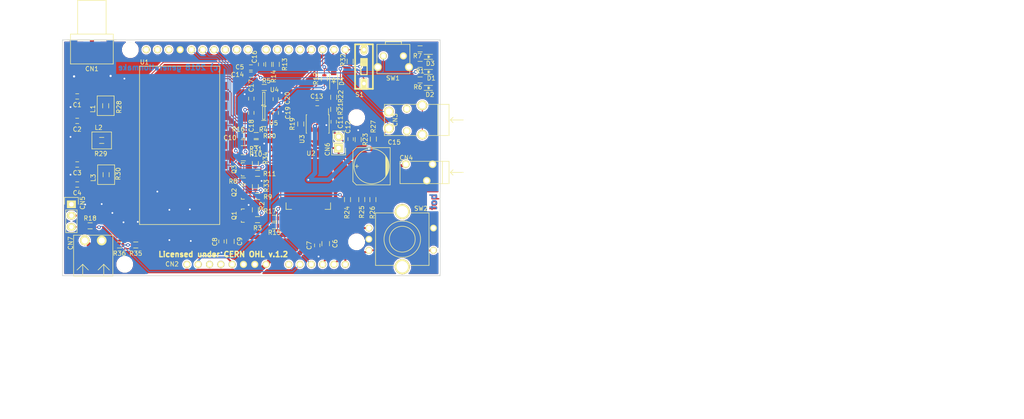
<source format=kicad_pcb>
(kicad_pcb (version 20171130) (host pcbnew 5.1.8-db9833491~87~ubuntu18.04.1)
  (title_block (title "ArduTrx Shield") (date 2018-08-21) (rev x1.1))
  (layers (0 F.Cu signal) (31 B.Cu signal) (34 B.Paste user) (35 F.Paste user) (36 B.SilkS user) (37 F.SilkS user) (38 B.Mask user) (39 F.Mask user) (44 Edge.Cuts user))
  (net 0 "")
  (net 1 GND)
  (net 2 /MIC_IN)
  (net 3 VCC)
  (net 4 "Net-(C10-Pad1)")
  (net 5 /AF_OUT)
  (net 6 "Net-(C12-Pad1)")
  (net 7 "Net-(C12-Pad2)")
  (net 8 "Net-(C13-Pad1)")
  (net 9 /GPS_RX)
  (net 10 /AF_OUT_R)
  (net 11 /ENC_A)
  (net 12 /ENC_B)
  (net 13 /ENC_SW)
  (net 14 +5V)
  (net 15 /MIC_IN_R)
  (net 16 /SQ_R)
  (net 17 /TXD)
  (net 18 /H_L_Q)
  (net 19 /PD_Q)
  (net 20 /PTT_Q)
  (net 21 /RXD)
  (net 22 /H_L)
  (net 23 "Net-(Q1-Pad1)")
  (net 24 /TXD_R)
  (net 25 /RXD_R)
  (net 26 /PD)
  (net 27 "Net-(Q2-Pad1)")
  (net 28 /PTT)
  (net 29 "Net-(Q3-Pad1)")
  (net 30 /SQ)
  (net 31 "Net-(R15-Pad2)")
  (net 32 "Net-(R19-Pad2)")
  (net 33 "Net-(R21-Pad2)")
  (net 34 /MIC)
  (net 35 /SPKR)
  (net 36 "Net-(CN3-Pad3)")
  (net 37 "Net-(D1-Pad1)")
  (net 38 "Net-(D2-Pad1)")
  (net 39 "Net-(D3-Pad1)")
  (net 40 /ANT3)
  (net 41 /ANT2)
  (net 42 /ANT1)
  (net 43 /ANT0)
  (net 44 "Net-(CN5-Pad3)")
  (net 45 "Net-(C15-Pad1)")
  (net 46 "Net-(C16-Pad1)")
  (net 47 VIO)
  (net 48 VIN)
  (net 49 /RXD_S)
  (module MODULE_compute:ARDUINO (layer F.Cu) (at 54.7 130)
    (fp_text reference CN2 (at 24.6 -2.6) (layer F.SilkS))
    (fp_text value ARDUINO)
    (pad 0 thru_hole circle (at 63.5 -50.8) (size 1.6 1.6) (drill 1) (layers *.Cu *.Mask F.SilkS) (net 21 /RXD))
    (pad 8 thru_hole circle (at 41.656 -50.8) (size 1.6 1.6) (drill 1) (layers *.Cu *.Mask F.SilkS))
    (pad 9 thru_hole circle (at 39.116 -50.8) (size 1.6 1.6) (drill 1) (layers *.Cu *.Mask F.SilkS))
    (pad 10 thru_hole circle (at 36.576 -50.8) (size 1.6 1.6) (drill 1) (layers *.Cu *.Mask F.SilkS))
    (pad 11 thru_hole circle (at 34.036 -50.8) (size 1.6 1.6) (drill 1) (layers *.Cu *.Mask F.SilkS) (net 20 /PTT_Q))
    (pad 12 thru_hole circle (at 31.496 -50.8) (size 1.6 1.6) (drill 1) (layers *.Cu *.Mask F.SilkS) (net 19 /PD_Q))
    (pad 13 thru_hole circle (at 28.956 -50.8) (size 1.6 1.6) (drill 1) (layers *.Cu *.Mask F.SilkS) (net 18 /H_L_Q))
    (pad 14 thru_hole circle (at 26.416 -50.8) (size 1.6 1.6) (drill 1) (layers *.Cu *.Mask F.SilkS) (net 1 GND))
    (pad 15 thru_hole circle (at 23.876 -50.8) (size 1.6 1.6) (drill 1) (layers *.Cu *.Mask F.SilkS))
    (pad 16 thru_hole circle (at 21.336 -50.8) (size 1.6 1.6) (drill 1) (layers *.Cu *.Mask F.SilkS))
    (pad 17 thru_hole circle (at 18.796 -50.8) (size 1.6 1.6) (drill 1) (layers *.Cu *.Mask F.SilkS))
    (pad 1 thru_hole circle (at 60.96 -50.8) (size 1.6 1.6) (drill 1) (layers *.Cu *.Mask F.SilkS) (net 17 /TXD))
    (pad 2 thru_hole circle (at 58.42 -50.8) (size 1.6 1.6) (drill 1) (layers *.Cu *.Mask F.SilkS) (net 16 /SQ_R))
    (pad 3 thru_hole circle (at 55.88 -50.8) (size 1.6 1.6) (drill 1) (layers *.Cu *.Mask F.SilkS) (net 15 /MIC_IN_R))
    (pad 4 thru_hole circle (at 53.34 -50.8) (size 1.6 1.6) (drill 1) (layers *.Cu *.Mask F.SilkS))
    (pad 5 thru_hole circle (at 50.8 -50.8) (size 1.6 1.6) (drill 1) (layers *.Cu *.Mask F.SilkS))
    (pad 6 thru_hole circle (at 48.26 -50.8) (size 1.6 1.6) (drill 1) (layers *.Cu *.Mask F.SilkS))
    (pad 7 thru_hole circle (at 45.72 -50.8) (size 1.6 1.6) (drill 1) (layers *.Cu *.Mask F.SilkS))
    (pad 24 thru_hole circle (at 45.72 -2.54) (size 1.6 1.6) (drill 1) (layers *.Cu *.Mask F.SilkS) (net 48 VIN))
    (pad 25 thru_hole circle (at 43.18 -2.54) (size 1.6 1.6) (drill 1) (layers *.Cu *.Mask F.SilkS) (net 1 GND))
    (pad 26 thru_hole circle (at 40.64 -2.54) (size 1.6 1.6) (drill 1) (layers *.Cu *.Mask F.SilkS) (net 1 GND))
    (pad 27 thru_hole circle (at 38.1 -2.54) (size 1.6 1.6) (drill 1) (layers *.Cu *.Mask F.SilkS) (net 14 +5V))
    (pad 28 thru_hole circle (at 35.56 -2.54) (size 1.6 1.6) (drill 1) (layers *.Cu *.Mask F.SilkS))
    (pad 29 thru_hole circle (at 33.02 -2.54) (size 1.6 1.6) (drill 1) (layers *.Cu *.Mask F.SilkS))
    (pad 30 thru_hole circle (at 30.48 -2.54) (size 1.6 1.6) (drill 1) (layers *.Cu *.Mask F.SilkS) (net 47 VIO))
    (pad 31 thru_hole circle (at 27.94 -2.54) (size 1.6 1.6) (drill 1) (layers *.Cu *.Mask F.SilkS))
    (pad 18 thru_hole circle (at 63.5 -2.54) (size 1.6 1.6) (drill 1) (layers *.Cu *.Mask F.SilkS) (net 13 /ENC_SW))
    (pad 19 thru_hole circle (at 60.96 -2.54) (size 1.6 1.6) (drill 1) (layers *.Cu *.Mask F.SilkS) (net 12 /ENC_B))
    (pad 20 thru_hole circle (at 58.42 -2.54) (size 1.6 1.6) (drill 1) (layers *.Cu *.Mask F.SilkS) (net 11 /ENC_A))
    (pad 21 thru_hole circle (at 55.88 -2.54) (size 1.6 1.6) (drill 1) (layers *.Cu *.Mask F.SilkS) (net 10 /AF_OUT_R))
    (pad 22 thru_hole circle (at 53.34 -2.54) (size 1.6 1.6) (drill 1) (layers *.Cu *.Mask F.SilkS) (net 9 /GPS_RX))
    (pad 23 thru_hole circle (at 50.8 -2.54) (size 1.6 1.6) (drill 1) (layers *.Cu *.Mask F.SilkS))
    (pad "" np_thru_hole circle (at 13.97 -2.54) (size 3.175 3.175) (drill 3.175) (layers *.Cu *.Mask F.SilkS))
    (pad "" np_thru_hole circle (at 15.24 -50.8) (size 3.175 3.175) (drill 3.175) (layers *.Cu *.Mask F.SilkS))
    (pad "" np_thru_hole circle (at 66.04 -7.62) (size 3.175 3.175) (drill 3.175) (layers *.Cu *.Mask F.SilkS))
    (pad "" np_thru_hole circle (at 66.04 -35.56) (size 3.175 3.175) (drill 3.175) (layers *.Cu *.Mask F.SilkS))
  )
  (module CON_wuerth:WR-SMA-PCB (layer F.Cu) (at 61.3 77 180)
    (fp_text reference CN1 (at 0 -6.5 180) (layer F.SilkS))
    (fp_text value 60312202114509)
    (pad 1 smd rect (at 0 -2.8 180) (size 0.9 5.6) (layers F.Cu F.Paste F.Mask) (net 40 /ANT3))
    (pad 2 smd rect (at -4.125 -2.8 180) (size 1.65 5.6) (layers F.Cu F.Paste F.Mask) (net 1 GND))
    (pad 5 smd rect (at 4.125 -2.8 180) (size 1.65 5.6) (layers B.Cu B.Paste B.Mask) (net 1 GND))
    (pad 4 smd rect (at -4.125 -2.8 180) (size 1.65 5.6) (layers B.Cu B.Paste B.Mask) (net 1 GND))
    (pad 3 smd rect (at 4.125 -2.8 180) (size 1.65 5.6) (layers F.Cu F.Paste F.Mask) (net 1 GND))
  )
  (module L_filter:WE-CAIR_4248 (layer F.Cu) (at 64.4 91.8 270)
    (fp_text reference L1 (at 0.7 2.9 270) (layer F.SilkS))
    (fp_text value 744912156)
    (pad 1 smd rect (at -2.165 1.31 270) (size 1.48 5.16) (layers F.Cu F.Paste F.Mask) (net 40 /ANT3))
    (pad 2 smd rect (at 2.165 -1.31 270) (size 1.48 5.16) (layers F.Cu F.Paste F.Mask) (net 41 /ANT2))
  )
  (module L_filter:WE-CAIR_4248 (layer F.Cu) (at 63.5 99.6 180)
    (fp_text reference L2 (at 0.7 2.9 180) (layer F.SilkS))
    (fp_text value 744912156)
    (pad 1 smd rect (at -2.165 1.31 180) (size 1.48 5.16) (layers F.Cu F.Paste F.Mask) (net 41 /ANT2))
    (pad 2 smd rect (at 2.165 -1.31 180) (size 1.48 5.16) (layers F.Cu F.Paste F.Mask) (net 42 /ANT1))
  )
  (module L_filter:WE-CAIR_4248 (layer F.Cu) (at 64.5 107.3 270)
    (fp_text reference L3 (at 0.7 2.9 270) (layer F.SilkS))
    (fp_text value 744912156)
    (pad 1 smd rect (at -2.165 1.31 270) (size 1.48 5.16) (layers F.Cu F.Paste F.Mask) (net 42 /ANT1))
    (pad 2 smd rect (at 2.165 -1.31 270) (size 1.48 5.16) (layers F.Cu F.Paste F.Mask) (net 43 /ANT0))
  )
  (module MODULE_RF:DRA818 (layer F.Cu) (at 81 100.7)
    (fp_text reference U1 (at -7.9 -18.7) (layer F.SilkS))
    (fp_text value DRA818)
    (pad 7 smd rect (at 9 13.35) (size 3.6 1.8) (layers F.Cu F.Paste F.Mask) (net 22 /H_L))
    (pad 12 smd rect (at -9 13.35) (size 3.6 1.8) (layers F.Cu F.Paste F.Mask) (net 43 /ANT0))
    (pad 13 smd rect (at -9 8.9) (size 3.6 1.8) (layers F.Cu F.Paste F.Mask))
    (pad 14 smd rect (at -9 4.45) (size 3.6 1.8) (layers F.Cu F.Paste F.Mask))
    (pad 15 smd rect (at -9 0) (size 3.6 1.8) (layers F.Cu F.Paste F.Mask))
    (pad 16 smd rect (at -9 -4.45) (size 3.6 1.8) (layers F.Cu F.Paste F.Mask) (net 24 /TXD_R))
    (pad 17 smd rect (at -9 -8.9) (size 3.6 1.8) (layers F.Cu F.Paste F.Mask) (net 25 /RXD_R))
    (pad 18 smd rect (at -9 -13.35) (size 3.6 1.8) (layers F.Cu F.Paste F.Mask) (net 2 /MIC_IN))
    (pad 6 smd rect (at 9 8.9) (size 3.6 1.8) (layers F.Cu F.Paste F.Mask) (net 26 /PD))
    (pad 5 smd rect (at 9 4.45) (size 3.6 1.8) (layers F.Cu F.Paste F.Mask) (net 28 /PTT))
    (pad 4 smd rect (at 9 0) (size 3.6 1.8) (layers F.Cu F.Paste F.Mask))
    (pad 3 smd rect (at 9 -4.45) (size 3.6 1.8) (layers F.Cu F.Paste F.Mask) (net 5 /AF_OUT))
    (pad 2 smd rect (at 9 -8.9) (size 3.6 1.8) (layers F.Cu F.Paste F.Mask))
    (pad 1 smd rect (at 9 -13.35) (size 3.6 1.8) (layers F.Cu F.Paste F.Mask) (net 30 /SQ))
    (pad 10 smd rect (at -2.3 17.8 90) (size 3.6 1.8) (layers F.Cu F.Paste F.Mask) (net 1 GND))
    (pad 11 smd rect (at -6.9 17.8 90) (size 3.6 1.8) (layers F.Cu F.Paste F.Mask))
    (pad 9 smd rect (at 2.3 17.8 90) (size 3.6 1.8) (layers F.Cu F.Paste F.Mask) (net 1 GND))
    (pad 8 smd rect (at 6.9 17.8 90) (size 3.6 1.8) (layers F.Cu F.Paste F.Mask) (net 3 VCC))
  )
  (module SOT_TO:TO-263-3Lead (layer F.Cu) (at 109.9 117.6 90)
    (fp_text reference U2 (at 15.1 0.6 180) (layer F.SilkS))
    (fp_text value LT1085)
    (pad 1 smd rect (at 0 -2.54 90) (size 4.6 1.39) (layers F.Cu F.Paste F.Mask) (net 31 "Net-(R15-Pad2)"))
    (pad 3 smd rect (at 0 2.54 90) (size 4.6 1.39) (layers F.Cu F.Paste F.Mask) (net 48 VIN))
    (pad 4 smd rect (at 9.15 0 90) (size 9.4 10.8) (layers F.Cu F.Paste F.Mask) (net 3 VCC))
    (pad 2 smd rect (at 0 0 90) (size 4.6 1.39) (layers F.Cu F.Paste F.Mask) (net 3 VCC))
  )
  (module SOIC:SOIC-8_3.9x4.9mm_Pitch1.27mm (layer F.Cu) (at 112 95.9 270)
    (fp_text reference U3 (at 3.4 3.5 90) (layer F.SilkS))
    (fp_text value LM4871)
    (pad 8 smd rect (at 2.6955 -1.9085 270) (size 1.55 0.6) (layers F.Cu F.Paste F.Mask) (net 6 "Net-(C12-Pad1)"))
    (pad 7 smd rect (at 2.6955 -0.6385 270) (size 1.55 0.6) (layers F.Cu F.Paste F.Mask) (net 1 GND))
    (pad 6 smd rect (at 2.6955 0.6315 270) (size 1.55 0.6) (layers F.Cu F.Paste F.Mask) (net 3 VCC))
    (pad 5 smd rect (at 2.6955 1.9015 270) (size 1.55 0.6) (layers F.Cu F.Paste F.Mask) (net 45 "Net-(C15-Pad1)"))
    (pad 4 smd rect (at -2.7045 1.9015 270) (size 1.55 0.6) (layers F.Cu F.Paste F.Mask) (net 32 "Net-(R19-Pad2)"))
    (pad 3 smd rect (at -2.7045 0.6315 270) (size 1.55 0.6) (layers F.Cu F.Paste F.Mask) (net 8 "Net-(C13-Pad1)"))
    (pad 2 smd rect (at -2.7045 -0.6385 270) (size 1.55 0.6) (layers F.Cu F.Paste F.Mask) (net 8 "Net-(C13-Pad1)"))
    (pad 1 smd rect (at -2.7045 -1.9085 270) (size 1.55 0.6) (layers F.Cu F.Paste F.Mask) (net 33 "Net-(R21-Pad2)"))
  )
  (module SOT_TO:SOT-23 (layer F.Cu) (at 95.5 116.5 90)
    (fp_text reference Q1 (at 0 -2.25 90) (layer F.SilkS))
    (fp_text value 2N7002)
    (pad 3 smd rect (at 0 -0.99822 90) (size 0.8001 0.8001) (layers F.Cu F.Paste F.Mask) (net 22 /H_L))
    (pad 2 smd rect (at 0.95 1.00076 90) (size 0.8001 0.8001) (layers F.Cu F.Paste F.Mask) (net 1 GND))
    (pad 1 smd rect (at -0.95 1.00076 90) (size 0.8001 0.8001) (layers F.Cu F.Paste F.Mask) (net 23 "Net-(Q1-Pad1)"))
  )
  (module SOT_TO:SOT-23 (layer F.Cu) (at 95.5 111.3 90)
    (fp_text reference Q2 (at 0 -2.25 90) (layer F.SilkS))
    (fp_text value 2N7002)
    (pad 3 smd rect (at 0 -0.99822 90) (size 0.8001 0.8001) (layers F.Cu F.Paste F.Mask) (net 26 /PD))
    (pad 2 smd rect (at 0.95 1.00076 90) (size 0.8001 0.8001) (layers F.Cu F.Paste F.Mask) (net 1 GND))
    (pad 1 smd rect (at -0.95 1.00076 90) (size 0.8001 0.8001) (layers F.Cu F.Paste F.Mask) (net 27 "Net-(Q2-Pad1)"))
  )
  (module SOT_TO:SOT-23 (layer F.Cu) (at 95.5 106.1 90)
    (fp_text reference Q3 (at 0 -2.25 90) (layer F.SilkS))
    (fp_text value 2N7002)
    (pad 3 smd rect (at 0 -0.99822 90) (size 0.8001 0.8001) (layers F.Cu F.Paste F.Mask) (net 28 /PTT))
    (pad 2 smd rect (at 0.95 1.00076 90) (size 0.8001 0.8001) (layers F.Cu F.Paste F.Mask) (net 1 GND))
    (pad 1 smd rect (at -0.95 1.00076 90) (size 0.8001 0.8001) (layers F.Cu F.Paste F.Mask) (net 29 "Net-(Q3-Pad1)"))
  )
  (module mechanical-switches:ALPS_EC11E (layer F.Cu) (at 131 121.8 270)
    (fp_text reference SW2 (at -6.9 -4.2 180) (layer F.SilkS))
    (fp_text value ALPS_EC11E)
    (pad A thru_hole circle (at -2.5 7.5 270) (size 1.524 1.524) (drill 1) (layers *.Cu *.Mask F.SilkS) (net 11 /ENC_A))
    (pad C thru_hole circle (at 0 7.5 270) (size 1.524 1.524) (drill 1) (layers *.Cu *.Mask F.SilkS) (net 1 GND))
    (pad E thru_hole circle (at 2.5 -7 270) (size 1.524 1.524) (drill 1) (layers *.Cu *.Mask F.SilkS) (net 13 /ENC_SW))
    (pad B thru_hole circle (at 2.5 7.5 270) (size 1.524 1.524) (drill 1) (layers *.Cu *.Mask F.SilkS) (net 12 /ENC_B))
    (pad D thru_hole circle (at -2.5 -7 270) (size 1.524 1.524) (drill 1) (layers *.Cu *.Mask F.SilkS) (net 1 GND))
    (pad 0 thru_hole circle (at -6.2 0 270) (size 3.4 3.4) (drill 2.6) (layers *.Cu *.Mask F.SilkS))
    (pad 0 thru_hole circle (at 6.2 0 270) (size 3.4 3.4) (drill 2.6) (layers *.Cu *.Mask F.SilkS))
  )
  (module CON_lumberg:1501_03 (layer F.Cu) (at 141.5 106.8 270)
    (fp_text reference CN4 (at -3.3 9.6 180) (layer F.SilkS))
    (fp_text value CON_KLINKE3)
    (pad 1 thru_hole circle (at -1.85 3.7 270) (size 1.7 1.7) (drill 1.1) (layers *.Cu *.Mask F.SilkS) (net 1 GND))
    (pad 2 thru_hole circle (at 1.85 5 270) (size 1.7 1.7) (drill 1.1) (layers *.Cu *.Mask F.SilkS) (net 1 GND))
    (pad 3 thru_hole circle (at -1.85 9.7 270) (size 1.7 1.7) (drill 1.1) (layers *.Cu *.Mask F.SilkS) (net 35 /SPKR))
  )
  (module mechanical-switches:WE_4312x6xxx7x6 (layer F.Cu) (at 129 80.6 180)
    (fp_text reference SW1 (at 0.1 -5 180) (layer F.SilkS))
    (fp_text value TAST_HOR)
    (pad 3 thru_hole circle (at 2.25 0 180) (size 1.6 1.6) (drill 1) (layers *.Cu *.Mask F.SilkS) (net 28 /PTT))
    (pad 2 thru_hole circle (at -2.25 0 180) (size 1.6 1.6) (drill 1) (layers *.Cu *.Mask F.SilkS) (net 1 GND))
    (pad 1 thru_hole circle (at -3.5 -2.5 180) (size 1.8 1.8) (drill 1.2) (layers *.Cu *.Mask F.SilkS) (net 1 GND))
    (pad 4 thru_hole circle (at 3.5 -2.5 180) (size 1.8 1.8) (drill 1.2) (layers *.Cu *.Mask F.SilkS) (net 1 GND))
  )
  (module pin_headers:Pin_Header_Straight_1x03 (layer F.Cu) (at 56.7 113.96)
    (fp_text reference CN5 (at 2.5 -0.3 90) (layer F.SilkS))
    (fp_text value CONN_01X03)
    (pad 3 thru_hole oval (at 0 5.08) (size 2.032 1.7272) (drill 1.016) (layers *.Cu *.Mask F.SilkS) (net 44 "Net-(CN5-Pad3)"))
    (pad 2 thru_hole oval (at 0 2.54) (size 2.032 1.7272) (drill 1.016) (layers *.Cu *.Mask F.SilkS) (net 14 +5V))
    (pad 1 thru_hole rect (at 0 0) (size 2.032 1.7272) (drill 1.016) (layers *.Cu *.Mask F.SilkS) (net 1 GND))
  )
  (module pin_headers:Pin_Header_Straight_1x02 (layer F.Cu) (at 116.7 101.3 180)
    (fp_text reference CN6 (at 2.5 -0.3 270) (layer F.SilkS))
    (fp_text value CONN_01X02)
    (pad 2 thru_hole oval (at 0 2.54 180) (size 2.032 2.032) (drill 1.016) (layers *.Cu *.Mask F.SilkS) (net 6 "Net-(C12-Pad1)"))
    (pad 1 thru_hole rect (at 0 0 180) (size 2.032 2.032) (drill 1.016) (layers *.Cu *.Mask F.SilkS) (net 45 "Net-(C15-Pad1)"))
  )
  (module capacitors:c_elec_8x10.5 (layer F.Cu) (at 124.1 105.4 180)
    (fp_text reference C15 (at -5.1 5.4 180) (layer F.SilkS))
    (fp_text value 470u)
    (pad 2 smd rect (at -3.2512 0 180) (size 3.50012 2.4003) (layers F.Cu F.Paste F.Mask) (net 35 /SPKR))
    (pad 1 smd rect (at 3.2512 0 180) (size 3.50012 2.4003) (layers F.Cu F.Paste F.Mask) (net 45 "Net-(C15-Pad1)"))
  )
  (module capacitors:C_0603 (layer F.Cu) (at 58 89.7 180)
    (fp_text reference C1 (at 0 -1.9 180) (layer F.SilkS))
    (fp_text value 30p)
    (pad 2 smd rect (at 0.75 0 180) (size 0.8 0.75) (layers F.Cu F.Paste F.Mask) (net 1 GND))
    (pad 1 smd rect (at -0.75 0 180) (size 0.8 0.75) (layers F.Cu F.Paste F.Mask) (net 40 /ANT3))
  )
  (module capacitors:C_0603 (layer F.Cu) (at 58 95.2 180)
    (fp_text reference C2 (at 0 -1.9 180) (layer F.SilkS))
    (fp_text value 47p)
    (pad 2 smd rect (at 0.75 0 180) (size 0.8 0.75) (layers F.Cu F.Paste F.Mask) (net 1 GND))
    (pad 1 smd rect (at -0.75 0 180) (size 0.8 0.75) (layers F.Cu F.Paste F.Mask) (net 41 /ANT2))
  )
  (module capacitors:C_0603 (layer F.Cu) (at 58 105 180)
    (fp_text reference C3 (at 0 -1.9 180) (layer F.SilkS))
    (fp_text value 47p)
    (pad 2 smd rect (at 0.75 0 180) (size 0.8 0.75) (layers F.Cu F.Paste F.Mask) (net 1 GND))
    (pad 1 smd rect (at -0.75 0 180) (size 0.8 0.75) (layers F.Cu F.Paste F.Mask) (net 42 /ANT1))
  )
  (module capacitors:C_0603 (layer F.Cu) (at 58 109.5 180)
    (fp_text reference C4 (at 0 -1.9 180) (layer F.SilkS))
    (fp_text value 30p)
    (pad 2 smd rect (at 0.75 0 180) (size 0.8 0.75) (layers F.Cu F.Paste F.Mask) (net 1 GND))
    (pad 1 smd rect (at -0.75 0 180) (size 0.8 0.75) (layers F.Cu F.Paste F.Mask) (net 43 /ANT0))
  )
  (module capacitors:C_0603 (layer F.Cu) (at 97 83.2 180)
    (fp_text reference C5 (at 2.5 0.1 180) (layer F.SilkS))
    (fp_text value 100n)
    (pad 2 smd rect (at 0.75 0 180) (size 0.8 0.75) (layers F.Cu F.Paste F.Mask) (net 2 /MIC_IN))
    (pad 1 smd rect (at -0.75 0 180) (size 0.8 0.75) (layers F.Cu F.Paste F.Mask) (net 46 "Net-(C16-Pad1)"))
  )
  (module capacitors:C_0805 (layer F.Cu) (at 113.8 122.8 270)
    (fp_text reference C6 (at 0 -2.1 270) (layer F.SilkS))
    (fp_text value 10u)
    (pad 2 smd rect (at 1 0 270) (size 1 1.25) (layers F.Cu F.Paste F.Mask) (net 1 GND))
    (pad 1 smd rect (at -1 0 270) (size 1 1.25) (layers F.Cu F.Paste F.Mask) (net 48 VIN))
  )
  (module capacitors:C_0603 (layer F.Cu) (at 111.9 123.2 270)
    (fp_text reference C7 (at 0 1.8 270) (layer F.SilkS))
    (fp_text value 100n)
    (pad 2 smd rect (at 0.75 0 270) (size 0.8 0.75) (layers F.Cu F.Paste F.Mask) (net 1 GND))
    (pad 1 smd rect (at -0.75 0 270) (size 0.8 0.75) (layers F.Cu F.Paste F.Mask) (net 48 VIN))
  )
  (module capacitors:C_0603 (layer F.Cu) (at 90.4 122.3 270)
    (fp_text reference C8 (at 0.1 1.5 270) (layer F.SilkS))
    (fp_text value 100n)
    (pad 2 smd rect (at 0.75 0 270) (size 0.8 0.75) (layers F.Cu F.Paste F.Mask) (net 1 GND))
    (pad 1 smd rect (at -0.75 0 270) (size 0.8 0.75) (layers F.Cu F.Paste F.Mask) (net 3 VCC))
  )
  (module capacitors:C_0805 (layer F.Cu) (at 92.4 122.3 270)
    (fp_text reference C9 (at 0 -2.1 270) (layer F.SilkS))
    (fp_text value 10u)
    (pad 2 smd rect (at 1 0 270) (size 1 1.25) (layers F.Cu F.Paste F.Mask) (net 1 GND))
    (pad 1 smd rect (at -1 0 270) (size 1 1.25) (layers F.Cu F.Paste F.Mask) (net 3 VCC))
  )
  (module capacitors:C_0603 (layer F.Cu) (at 95.3 98.5 180)
    (fp_text reference C10 (at 3 -0.5 180) (layer F.SilkS))
    (fp_text value 100n)
    (pad 2 smd rect (at 0.75 0 180) (size 0.8 0.75) (layers F.Cu F.Paste F.Mask) (net 5 /AF_OUT))
    (pad 1 smd rect (at -0.75 0 180) (size 0.8 0.75) (layers F.Cu F.Paste F.Mask) (net 4 "Net-(C10-Pad1)"))
  )
  (module capacitors:C_0603 (layer F.Cu) (at 115.6 95.4 270)
    (fp_text reference C11 (at 0.1 -1.5 270) (layer F.SilkS))
    (fp_text value 100n)
    (pad 2 smd rect (at 0.75 0 270) (size 0.8 0.75) (layers F.Cu F.Paste F.Mask) (net 1 GND))
    (pad 1 smd rect (at -0.75 0 270) (size 0.8 0.75) (layers F.Cu F.Paste F.Mask) (net 3 VCC))
  )
  (module capacitors:C_0603 (layer F.Cu) (at 119.4 99.3 90)
    (fp_text reference C12 (at 2.7 -0.6 90) (layer F.SilkS))
    (fp_text value 100n)
    (pad 2 smd rect (at 0.75 0 90) (size 0.8 0.75) (layers F.Cu F.Paste F.Mask) (net 7 "Net-(C12-Pad2)"))
    (pad 1 smd rect (at -0.75 0 90) (size 0.8 0.75) (layers F.Cu F.Paste F.Mask) (net 6 "Net-(C12-Pad1)"))
  )
  (module capacitors:C_0603 (layer F.Cu) (at 111.9 91.2 180)
    (fp_text reference C13 (at 0.1 1.5 180) (layer F.SilkS))
    (fp_text value 1u)
    (pad 2 smd rect (at 0.75 0 180) (size 0.8 0.75) (layers F.Cu F.Paste F.Mask) (net 1 GND))
    (pad 1 smd rect (at -0.75 0 180) (size 0.8 0.75) (layers F.Cu F.Paste F.Mask) (net 8 "Net-(C13-Pad1)"))
  )
  (module capacitors:C_0603 (layer F.Cu) (at 97 84.8 180)
    (fp_text reference C14 (at 3 0 180) (layer F.SilkS))
    (fp_text value 100n)
    (pad 2 smd rect (at 0.75 0 180) (size 0.8 0.75) (layers F.Cu F.Paste F.Mask) (net 2 /MIC_IN))
    (pad 1 smd rect (at -0.75 0 180) (size 0.8 0.75) (layers F.Cu F.Paste F.Mask) (net 34 /MIC))
  )
  (module capacitors:C_0603 (layer F.Cu) (at 99.3 82.5 90)
    (fp_text reference C16 (at 1.7 -1.5 90) (layer F.SilkS))
    (fp_text value 100n)
    (pad 2 smd rect (at 0.75 0 90) (size 0.8 0.75) (layers F.Cu F.Paste F.Mask) (net 1 GND))
    (pad 1 smd rect (at -0.75 0 90) (size 0.8 0.75) (layers F.Cu F.Paste F.Mask) (net 46 "Net-(C16-Pad1)"))
  )
  (module capacitors:C_0603 (layer F.Cu) (at 97.1 90.2 90)
    (fp_text reference C17 (at 2.9 0 90) (layer F.SilkS))
    (fp_text value 100n)
    (pad 2 smd rect (at 0.75 0 90) (size 0.8 0.75) (layers F.Cu F.Paste F.Mask) (net 1 GND))
    (pad 1 smd rect (at -0.75 0 90) (size 0.8 0.75) (layers F.Cu F.Paste F.Mask) (net 3 VCC))
  )
  (module capacitors:C_0603 (layer F.Cu) (at 97.1 93.4 270)
    (fp_text reference C18 (at 2.9 0 270) (layer F.SilkS))
    (fp_text value 100n)
    (pad 2 smd rect (at 0.75 0 270) (size 0.8 0.75) (layers F.Cu F.Paste F.Mask) (net 1 GND))
    (pad 1 smd rect (at -0.75 0 270) (size 0.8 0.75) (layers F.Cu F.Paste F.Mask) (net 3 VCC))
  )
  (module capacitors:C_0603 (layer F.Cu) (at 102.6 93.4 270)
    (fp_text reference C19 (at 0 -2.7 270) (layer F.SilkS))
    (fp_text value 100n)
    (pad 2 smd rect (at 0.75 0 270) (size 0.8 0.75) (layers F.Cu F.Paste F.Mask) (net 1 GND))
    (pad 1 smd rect (at -0.75 0 270) (size 0.8 0.75) (layers F.Cu F.Paste F.Mask) (net 47 VIO))
  )
  (module capacitors:C_0603 (layer F.Cu) (at 102.6 90.3 90)
    (fp_text reference C20 (at 0.2 2.6 90) (layer F.SilkS))
    (fp_text value 100n)
    (pad 2 smd rect (at 0.75 0 90) (size 0.8 0.75) (layers F.Cu F.Paste F.Mask) (net 1 GND))
    (pad 1 smd rect (at -0.75 0 90) (size 0.8 0.75) (layers F.Cu F.Paste F.Mask) (net 47 VIO))
  )
  (module LEDs:LED_0603 (layer F.Cu) (at 137 84.2)
    (fp_text reference D1 (at 0.5 1.4) (layer F.SilkS))
    (fp_text value Led_red)
    (pad 1 smd rect (at -0.7493 0 180) (size 0.79756 0.79756) (layers F.Cu F.Paste F.Mask) (net 37 "Net-(D1-Pad1)"))
    (pad 2 smd rect (at 0.7493 0 180) (size 0.79756 0.79756) (layers F.Cu F.Paste F.Mask) (net 3 VCC))
  )
  (module LEDs:LED_0603 (layer F.Cu) (at 137 87.8)
    (fp_text reference D2 (at 0.2 1.5) (layer F.SilkS))
    (fp_text value Led_yellow)
    (pad 1 smd rect (at -0.7493 0 180) (size 0.79756 0.79756) (layers F.Cu F.Paste F.Mask) (net 38 "Net-(D2-Pad1)"))
    (pad 2 smd rect (at 0.7493 0 180) (size 0.79756 0.79756) (layers F.Cu F.Paste F.Mask) (net 3 VCC))
  )
  (module LEDs:LED_0603 (layer F.Cu) (at 137 80.8)
    (fp_text reference D3 (at 0.3 1.5) (layer F.SilkS))
    (fp_text value Led_green)
    (pad 1 smd rect (at -0.7493 0 180) (size 0.79756 0.79756) (layers F.Cu F.Paste F.Mask) (net 39 "Net-(D3-Pad1)"))
    (pad 2 smd rect (at 0.7493 0 180) (size 0.79756 0.79756) (layers F.Cu F.Paste F.Mask) (net 3 VCC))
  )
  (module diodes:SOD-123 (layer F.Cu) (at 115.6 86.1 90)
    (fp_text reference D4 (at -0.2 1.8 90) (layer F.SilkS))
    (fp_text value BAT46ZFILM)
    (pad 2 smd rect (at 1.635 0 90) (size 0.91 1.22) (layers F.Cu F.Paste F.Mask) (net 16 /SQ_R))
    (pad 1 smd rect (at -1.635 0 90) (size 0.91 1.22) (layers F.Cu F.Paste F.Mask) (net 30 /SQ))
  )
  (module resistors:R_0603 (layer F.Cu) (at 135 82.5 180)
    (fp_text reference R1 (at 0 -1.5 180) (layer F.SilkS))
    (fp_text value 1k)
    (pad 2 smd rect (at 0.75 0 180) (size 0.5 0.9) (layers F.Cu F.Paste F.Mask) (net 28 /PTT))
    (pad 1 smd rect (at -0.75 0 180) (size 0.5 0.9) (layers F.Cu F.Paste F.Mask) (net 37 "Net-(D1-Pad1)"))
  )
  (module resistors:R_0603 (layer F.Cu) (at 98.5 117.4 180)
    (fp_text reference R3 (at 0 -1.9 180) (layer F.SilkS))
    (fp_text value 100)
    (pad 2 smd rect (at 0.75 0 180) (size 0.5 0.9) (layers F.Cu F.Paste F.Mask) (net 23 "Net-(Q1-Pad1)"))
    (pad 1 smd rect (at -0.75 0 180) (size 0.5 0.9) (layers F.Cu F.Paste F.Mask) (net 18 /H_L_Q))
  )
  (module resistors:R_0603 (layer F.Cu) (at 99.9 95.8 180)
    (fp_text reference R4 (at 0.1 -1.4 180) (layer F.SilkS))
    (fp_text value DNI)
    (pad 2 smd rect (at 0.75 0 180) (size 0.5 0.9) (layers F.Cu F.Paste F.Mask) (net 24 /TXD_R))
    (pad 1 smd rect (at -0.75 0 180) (size 0.5 0.9) (layers F.Cu F.Paste F.Mask) (net 17 /TXD))
  )
  (module resistors:R_0603 (layer F.Cu) (at 100 87.7 180)
    (fp_text reference R5 (at -0.5 1.5 180) (layer F.SilkS))
    (fp_text value DNI)
    (pad 2 smd rect (at 0.75 0 180) (size 0.5 0.9) (layers F.Cu F.Paste F.Mask) (net 25 /RXD_R))
    (pad 1 smd rect (at -0.75 0 180) (size 0.5 0.9) (layers F.Cu F.Paste F.Mask) (net 49 /RXD_S))
  )
  (module resistors:R_0603 (layer F.Cu) (at 135 86 180)
    (fp_text reference R6 (at 0.5 -1.6 180) (layer F.SilkS))
    (fp_text value 1k)
    (pad 2 smd rect (at 0.75 0 180) (size 0.5 0.9) (layers F.Cu F.Paste F.Mask) (net 1 GND))
    (pad 1 smd rect (at -0.75 0 180) (size 0.5 0.9) (layers F.Cu F.Paste F.Mask) (net 38 "Net-(D2-Pad1)"))
  )
  (module resistors:R_0603 (layer F.Cu) (at 135 79 180)
    (fp_text reference R7 (at 0.6 -1.6 180) (layer F.SilkS))
    (fp_text value 1k)
    (pad 2 smd rect (at 0.75 0 180) (size 0.5 0.9) (layers F.Cu F.Paste F.Mask) (net 30 /SQ))
    (pad 1 smd rect (at -0.75 0 180) (size 0.5 0.9) (layers F.Cu F.Paste F.Mask) (net 39 "Net-(D3-Pad1)"))
  )
  (module resistors:R_0603 (layer F.Cu) (at 95.3 108.7 180)
    (fp_text reference R8 (at 2.3 -0.1 180) (layer F.SilkS))
    (fp_text value 1k)
    (pad 2 smd rect (at 0.75 0 180) (size 0.5 0.9) (layers F.Cu F.Paste F.Mask) (net 26 /PD))
    (pad 1 smd rect (at -0.75 0 180) (size 0.5 0.9) (layers F.Cu F.Paste F.Mask) (net 3 VCC))
  )
  (module resistors:R_0603 (layer F.Cu) (at 98.5 112.2 180)
    (fp_text reference R9 (at -2.3 -0.1 180) (layer F.SilkS))
    (fp_text value 100)
    (pad 2 smd rect (at 0.75 0 180) (size 0.5 0.9) (layers F.Cu F.Paste F.Mask) (net 27 "Net-(Q2-Pad1)"))
    (pad 1 smd rect (at -0.75 0 180) (size 0.5 0.9) (layers F.Cu F.Paste F.Mask) (net 19 /PD_Q))
  )
  (module resistors:R_0603 (layer F.Cu) (at 95.3 103.5 180)
    (fp_text reference R10 (at -2.8 0.8 180) (layer F.SilkS))
    (fp_text value 1k)
    (pad 2 smd rect (at 0.75 0 180) (size 0.5 0.9) (layers F.Cu F.Paste F.Mask) (net 28 /PTT))
    (pad 1 smd rect (at -0.75 0 180) (size 0.5 0.9) (layers F.Cu F.Paste F.Mask) (net 3 VCC))
  )
  (module resistors:R_0603 (layer F.Cu) (at 98.5 107 180)
    (fp_text reference R11 (at -2.7 -0.1 180) (layer F.SilkS))
    (fp_text value 100)
    (pad 2 smd rect (at 0.75 0 180) (size 0.5 0.9) (layers F.Cu F.Paste F.Mask) (net 29 "Net-(Q3-Pad1)"))
    (pad 1 smd rect (at -0.75 0 180) (size 0.5 0.9) (layers F.Cu F.Paste F.Mask) (net 20 /PTT_Q))
  )
  (module resistors:R_0603 (layer F.Cu) (at 113.5 85.7 90)
    (fp_text reference R12 (at 0 -1.9 90) (layer F.SilkS))
    (fp_text value 4k7)
    (pad 2 smd rect (at 0.75 0 90) (size 0.5 0.9) (layers F.Cu F.Paste F.Mask) (net 16 /SQ_R))
    (pad 1 smd rect (at -0.75 0 90) (size 0.5 0.9) (layers F.Cu F.Paste F.Mask) (net 47 VIO))
  )
  (module resistors:R_0603 (layer F.Cu) (at 102.7 82.5 270)
    (fp_text reference R13 (at 0 -1.9 270) (layer F.SilkS))
    (fp_text value 4k7)
    (pad 2 smd rect (at 0.75 0 270) (size 0.5 0.9) (layers F.Cu F.Paste F.Mask) (net 46 "Net-(C16-Pad1)"))
    (pad 1 smd rect (at -0.75 0 270) (size 0.5 0.9) (layers F.Cu F.Paste F.Mask) (net 15 /MIC_IN_R))
  )
  (module resistors:R_0603 (layer F.Cu) (at 101 82.5 90)
    (fp_text reference R14 (at -2.7 1.1 90) (layer F.SilkS))
    (fp_text value 1k)
    (pad 2 smd rect (at 0.75 0 90) (size 0.5 0.9) (layers F.Cu F.Paste F.Mask) (net 1 GND))
    (pad 1 smd rect (at -0.75 0 90) (size 0.5 0.9) (layers F.Cu F.Paste F.Mask) (net 46 "Net-(C16-Pad1)"))
  )
  (module resistors:R_0603 (layer F.Cu) (at 102.3 118.8)
    (fp_text reference R15 (at 0 1.5) (layer F.SilkS))
    (fp_text value 121)
    (pad 2 smd rect (at 0.75 0) (size 0.5 0.9) (layers F.Cu F.Paste F.Mask) (net 31 "Net-(R15-Pad2)"))
    (pad 1 smd rect (at -0.75 0) (size 0.5 0.9) (layers F.Cu F.Paste F.Mask) (net 3 VCC))
  )
  (module resistors:R_0603 (layer F.Cu) (at 95.3 100.1)
    (fp_text reference R16 (at -1.1 -3) (layer F.SilkS))
    (fp_text value 1k)
    (pad 2 smd rect (at 0.75 0) (size 0.5 0.9) (layers F.Cu F.Paste F.Mask) (net 10 /AF_OUT_R))
    (pad 1 smd rect (at -0.75 0) (size 0.5 0.9) (layers F.Cu F.Paste F.Mask) (net 5 /AF_OUT))
  )
  (module resistors:R_0603 (layer F.Cu) (at 102.3 117.1 180)
    (fp_text reference R17 (at 1 1.6 180) (layer F.SilkS))
    (fp_text value 300)
    (pad 2 smd rect (at 0.75 0 180) (size 0.5 0.9) (layers F.Cu F.Paste F.Mask) (net 1 GND))
    (pad 1 smd rect (at -0.75 0 180) (size 0.5 0.9) (layers F.Cu F.Paste F.Mask) (net 31 "Net-(R15-Pad2)"))
  )
  (module resistors:R_0603 (layer F.Cu) (at 60.9 118.8 180)
    (fp_text reference R18 (at 0 1.7 180) (layer F.SilkS))
    (fp_text value 100)
    (pad 2 smd rect (at 0.75 0 180) (size 0.5 0.9) (layers F.Cu F.Paste F.Mask) (net 44 "Net-(CN5-Pad3)"))
    (pad 1 smd rect (at -0.75 0 180) (size 0.5 0.9) (layers F.Cu F.Paste F.Mask) (net 9 /GPS_RX))
  )
  (module resistors:R_0603 (layer F.Cu) (at 108.2 95.9 90)
    (fp_text reference R19 (at 0 -1.9 90) (layer F.SilkS))
    (fp_text value 20k)
    (pad 2 smd rect (at 0.75 0 90) (size 0.5 0.9) (layers F.Cu F.Paste F.Mask) (net 32 "Net-(R19-Pad2)"))
    (pad 1 smd rect (at -0.75 0 90) (size 0.5 0.9) (layers F.Cu F.Paste F.Mask) (net 45 "Net-(C15-Pad1)"))
  )
  (module resistors:R_0603 (layer F.Cu) (at 98.2 98.5 180)
    (fp_text reference R20 (at -3 -0.1 180) (layer F.SilkS))
    (fp_text value 20k)
    (pad 2 smd rect (at 0.75 0 180) (size 0.5 0.9) (layers F.Cu F.Paste F.Mask) (net 4 "Net-(C10-Pad1)"))
    (pad 1 smd rect (at -0.75 0 180) (size 0.5 0.9) (layers F.Cu F.Paste F.Mask) (net 32 "Net-(R19-Pad2)"))
  )
  (module resistors:R_0603 (layer F.Cu) (at 115.6 92.6 90)
    (fp_text reference R21 (at 0.1 1.5 90) (layer F.SilkS))
    (fp_text value 4k7)
    (pad 2 smd rect (at 0.75 0 90) (size 0.5 0.9) (layers F.Cu F.Paste F.Mask) (net 33 "Net-(R21-Pad2)"))
    (pad 1 smd rect (at -0.75 0 90) (size 0.5 0.9) (layers F.Cu F.Paste F.Mask) (net 3 VCC))
  )
  (module resistors:R_0603 (layer F.Cu) (at 115.6 89.9 90)
    (fp_text reference R22 (at 0.2 1.6 90) (layer F.SilkS))
    (fp_text value 100)
    (pad 2 smd rect (at 0.75 0 90) (size 0.5 0.9) (layers F.Cu F.Paste F.Mask) (net 30 /SQ))
    (pad 1 smd rect (at -0.75 0 90) (size 0.5 0.9) (layers F.Cu F.Paste F.Mask) (net 33 "Net-(R21-Pad2)"))
  )
  (module resistors:R_0603 (layer F.Cu) (at 121.1 99.4 90)
    (fp_text reference R23 (at 0 1.6 90) (layer F.SilkS))
    (fp_text value 2k)
    (pad 2 smd rect (at 0.75 0 90) (size 0.5 0.9) (layers F.Cu F.Paste F.Mask) (net 1 GND))
    (pad 1 smd rect (at -0.75 0 90) (size 0.5 0.9) (layers F.Cu F.Paste F.Mask) (net 7 "Net-(C12-Pad2)"))
  )
  (module resistors:R_0603 (layer F.Cu) (at 118.7 112.9 270)
    (fp_text reference R24 (at 2.9 0.1 270) (layer F.SilkS))
    (fp_text value 1k)
    (pad 2 smd rect (at 0.75 0 270) (size 0.5 0.9) (layers F.Cu F.Paste F.Mask) (net 11 /ENC_A))
    (pad 1 smd rect (at -0.75 0 270) (size 0.5 0.9) (layers F.Cu F.Paste F.Mask) (net 47 VIO))
  )
  (module resistors:R_0603 (layer F.Cu) (at 121.9 112.9 270)
    (fp_text reference R25 (at 2.8 0 270) (layer F.SilkS))
    (fp_text value 1k)
    (pad 2 smd rect (at 0.75 0 270) (size 0.5 0.9) (layers F.Cu F.Paste F.Mask) (net 12 /ENC_B))
    (pad 1 smd rect (at -0.75 0 270) (size 0.5 0.9) (layers F.Cu F.Paste F.Mask) (net 47 VIO))
  )
  (module resistors:R_0603 (layer F.Cu) (at 124.4 112.9 270)
    (fp_text reference R26 (at 2.9 0.1 270) (layer F.SilkS))
    (fp_text value 1k)
    (pad 2 smd rect (at 0.75 0 270) (size 0.5 0.9) (layers F.Cu F.Paste F.Mask) (net 13 /ENC_SW))
    (pad 1 smd rect (at -0.75 0 270) (size 0.5 0.9) (layers F.Cu F.Paste F.Mask) (net 47 VIO))
  )
  (module resistors:R_0603 (layer F.Cu) (at 124.5 99.3 90)
    (fp_text reference R27 (at 2.8 0 90) (layer F.SilkS))
    (fp_text value 4k7)
    (pad 2 smd rect (at 0.75 0 90) (size 0.5 0.9) (layers F.Cu F.Paste F.Mask) (net 34 /MIC))
    (pad 1 smd rect (at -0.75 0 90) (size 0.5 0.9) (layers F.Cu F.Paste F.Mask) (net 3 VCC))
  )
  (module resistors:R_0603 (layer F.Cu) (at 64.4 91.8 90)
    (fp_text reference R28 (at -0.3 3 90) (layer F.SilkS))
    (fp_text value DNI)
    (pad 2 smd rect (at 0.75 0 90) (size 0.5 0.9) (layers F.Cu F.Paste F.Mask) (net 40 /ANT3))
    (pad 1 smd rect (at -0.75 0 90) (size 0.5 0.9) (layers F.Cu F.Paste F.Mask) (net 41 /ANT2))
  )
  (module resistors:R_0603 (layer F.Cu) (at 63.5 99.6)
    (fp_text reference R29 (at -0.2 3) (layer F.SilkS))
    (fp_text value DNI)
    (pad 2 smd rect (at 0.75 0) (size 0.5 0.9) (layers F.Cu F.Paste F.Mask) (net 41 /ANT2))
    (pad 1 smd rect (at -0.75 0) (size 0.5 0.9) (layers F.Cu F.Paste F.Mask) (net 42 /ANT1))
  )
  (module resistors:R_0603 (layer F.Cu) (at 64.5 107.3 90)
    (fp_text reference R30 (at 0.2 2.7 90) (layer F.SilkS))
    (fp_text value DNI)
    (pad 2 smd rect (at 0.75 0 90) (size 0.5 0.9) (layers F.Cu F.Paste F.Mask) (net 42 /ANT1))
    (pad 1 smd rect (at -0.75 0 90) (size 0.5 0.9) (layers F.Cu F.Paste F.Mask) (net 43 /ANT0))
  )
  (module resistors:R_0603 (layer F.Cu) (at 98.2 100.1)
    (fp_text reference R31 (at -0.1 1.4) (layer F.SilkS))
    (fp_text value 1k)
    (pad 2 smd rect (at 0.75 0) (size 0.5 0.9) (layers F.Cu F.Paste F.Mask) (net 1 GND))
    (pad 1 smd rect (at -0.75 0) (size 0.5 0.9) (layers F.Cu F.Paste F.Mask) (net 10 /AF_OUT_R))
  )
  (module resistors:R_0603 (layer F.Cu) (at 119.3 81.8 270)
    (fp_text reference R32 (at -0.3 1.6 270) (layer F.SilkS))
    (fp_text value DNI)
    (pad 2 smd rect (at 0.75 0 270) (size 0.5 0.9) (layers F.Cu F.Paste F.Mask) (net 49 /RXD_S))
    (pad 1 smd rect (at -0.75 0 270) (size 0.5 0.9) (layers F.Cu F.Paste F.Mask) (net 21 /RXD))
  )
  (module mechanical-switches:dip_1-300 (layer F.Cu) (at 122.4 83)
    (fp_text reference S1 (at -1 6.3) (layer F.SilkS))
    (fp_text value SW_DIP_x1 hide)
    (pad 2 thru_hole oval (at 0 -3.81) (size 1.4986 2.1971) (drill 0.8001) (layers *.Cu *.Mask F.SilkS) (net 21 /RXD))
    (pad 1 thru_hole rect (at 0 3.81) (size 1.4986 2.1971) (drill 0.8001) (layers *.Cu *.Mask F.SilkS) (net 49 /RXD_S))
  )
  (module SOT_TO:SOT-23-6 (layer F.Cu) (at 99.9 93.4)
    (fp_text reference U4 (at 2.4 -5.2) (layer F.SilkS))
    (fp_text value SN74LVC1T45)
    (pad 5 smd rect (at 1.1 0) (size 1.06 0.65) (layers F.Cu F.Paste F.Mask) (net 1 GND))
    (pad 6 smd rect (at 1.1 -0.95) (size 1.06 0.65) (layers F.Cu F.Paste F.Mask) (net 47 VIO))
    (pad 4 smd rect (at 1.1 0.95) (size 1.06 0.65) (layers F.Cu F.Paste F.Mask) (net 17 /TXD))
    (pad 3 smd rect (at -1.1 0.95) (size 1.06 0.65) (layers F.Cu F.Paste F.Mask) (net 24 /TXD_R))
    (pad 2 smd rect (at -1.1 0) (size 1.06 0.65) (layers F.Cu F.Paste F.Mask) (net 1 GND))
    (pad 1 smd rect (at -1.1 -0.95) (size 1.06 0.65) (layers F.Cu F.Paste F.Mask) (net 3 VCC))
  )
  (module SOT_TO:SOT-23-6 (layer F.Cu) (at 99.9 90.2 180)
    (fp_text reference U5 (at -2.2 -5.5 180) (layer F.SilkS))
    (fp_text value SN74LVC1T45)
    (pad 5 smd rect (at 1.1 0 180) (size 1.06 0.65) (layers F.Cu F.Paste F.Mask) (net 1 GND))
    (pad 6 smd rect (at 1.1 -0.95 180) (size 1.06 0.65) (layers F.Cu F.Paste F.Mask) (net 3 VCC))
    (pad 4 smd rect (at 1.1 0.95 180) (size 1.06 0.65) (layers F.Cu F.Paste F.Mask) (net 25 /RXD_R))
    (pad 3 smd rect (at -1.1 0.95 180) (size 1.06 0.65) (layers F.Cu F.Paste F.Mask) (net 49 /RXD_S))
    (pad 2 smd rect (at -1.1 0 180) (size 1.06 0.65) (layers F.Cu F.Paste F.Mask) (net 1 GND))
    (pad 1 smd rect (at -1.1 -0.95 180) (size 1.06 0.65) (layers F.Cu F.Paste F.Mask) (net 47 VIO))
  )
  (module CON_lumberg:1503_07 (layer F.Cu) (at 141.5 95 270)
    (fp_text reference CN3 (at 0 12.1 270) (layer F.SilkS))
    (fp_text value CON_KLINKE3)
    (pad 3 thru_hole circle (at 3.3 6 270) (size 2.2 2.2) (drill 1.5) (layers *.Cu *.Mask F.SilkS) (net 36 "Net-(CN3-Pad3)"))
    (pad 3 thru_hole circle (at -3.3 6 270) (size 2.2 2.2) (drill 1.5) (layers *.Cu *.Mask F.SilkS) (net 36 "Net-(CN3-Pad3)"))
    (pad 1 thru_hole circle (at -1.9 13.5 270) (size 2.2 2.2) (drill 1.5) (layers *.Cu *.Mask F.SilkS) (net 28 /PTT))
    (pad 2 thru_hole circle (at 1.9 13.5 270) (size 2.2 2.2) (drill 1.5) (layers *.Cu *.Mask F.SilkS) (net 34 /MIC))
    (pad "" np_thru_hole circle (at -2.5 9.5 270) (size 1.7 1.7) (drill 1.15) (layers *.Cu *.Mask F.SilkS))
    (pad "" np_thru_hole circle (at 2.5 9.5 270) (size 1.7 1.7) (drill 1.15) (layers *.Cu *.Mask F.SilkS))
  )
  (module resistors:R_0603 (layer F.Cu) (at 98 115.2 90)
    (fp_text reference R2 (at 0.9 1.5 90) (layer F.SilkS))
    (fp_text value 4k7)
    (pad 2 smd rect (at 0.75 0 90) (size 0.5 0.9) (layers F.Cu F.Paste F.Mask) (net 1 GND))
    (pad 1 smd rect (at -0.75 0 90) (size 0.5 0.9) (layers F.Cu F.Paste F.Mask) (net 23 "Net-(Q1-Pad1)"))
  )
  (module resistors:R_0603 (layer F.Cu) (at 98 110 90)
    (fp_text reference R33 (at 0.2 2.5 90) (layer F.SilkS))
    (fp_text value 4k7)
    (pad 2 smd rect (at 0.75 0 90) (size 0.5 0.9) (layers F.Cu F.Paste F.Mask) (net 1 GND))
    (pad 1 smd rect (at -0.75 0 90) (size 0.5 0.9) (layers F.Cu F.Paste F.Mask) (net 27 "Net-(Q2-Pad1)"))
  )
  (module resistors:R_0603 (layer F.Cu) (at 98 104.8 90)
    (fp_text reference R34 (at 1.2 2.3 90) (layer F.SilkS))
    (fp_text value 4k7)
    (pad 2 smd rect (at 0.75 0 90) (size 0.5 0.9) (layers F.Cu F.Paste F.Mask) (net 1 GND))
    (pad 1 smd rect (at -0.75 0 90) (size 0.5 0.9) (layers F.Cu F.Paste F.Mask) (net 29 "Net-(Q3-Pad1)"))
  )
  (module resistors:R_0603 (layer F.Cu) (at 71.15 123.1 180)
    (fp_text reference R35 (at 0 -1.9 180) (layer F.SilkS))
    (fp_text value 100k)
    (pad 2 smd rect (at 0.75 0 180) (size 0.5 0.9) (layers F.Cu F.Paste F.Mask) (net 9 /GPS_RX))
    (pad 1 smd rect (at -0.75 0 180) (size 0.5 0.9) (layers F.Cu F.Paste F.Mask) (net 48 VIN))
  )
  (module resistors:R_0603 (layer F.Cu) (at 67.5 123.1 180)
    (fp_text reference R36 (at 0 -1.9 180) (layer F.SilkS))
    (fp_text value 20k)
    (pad 2 smd rect (at 0.75 0 180) (size 0.5 0.9) (layers F.Cu F.Paste F.Mask) (net 1 GND))
    (pad 1 smd rect (at -0.75 0 180) (size 0.5 0.9) (layers F.Cu F.Paste F.Mask) (net 9 /GPS_RX))
  )
  (module CON_wuerth:WR-TBL_691322310002 (layer F.Cu) (at 61.6 122.1)
    (fp_text reference CN7 (at -5.1 0.6 90) (layer F.SilkS))
    (fp_text value 691322310002 hide)
    (pad 2 thru_hole circle (at 1.905 0) (size 2.2 2.2) (drill 1.4) (layers *.Cu *.Mask F.SilkS) (net 1 GND))
    (pad 1 thru_hole circle (at -1.905 0) (size 2.2 2.2) (drill 1.4) (layers *.Cu *.Mask F.SilkS) (net 48 VIN))
  )
  (gr_text bot (at 138 113.3 90) (layer B.Cu) (effects (font (size 1.5 1.5) (thickness 0.3)) (justify mirror)))
  (gr_text top (at 138 113.5 90) (layer F.Cu) (effects (font (size 1.5 1.5) (thickness 0.3))))
  (gr_text "Licensed under CERN OHL v.1.2" (at 90.8 125.2) (layer F.SilkS) (effects (font (size 1.2 1.2) (thickness 0.3))))
  (gr_text "(c) 2018 generationmake" (at 78.8 83.2) (layer B.Cu) (effects (font (size 1.2 1.2) (thickness 0.3)) (justify mirror)))
  (gr_text 1.1 (at 102.8 103.5) (layer F.Cu) (effects (font (size 1.2 1.2) (thickness 0.3))))
  (gr_text ArduTrx (at 104.8 101.6) (layer F.Cu) (effects (font (size 1.4 1.4) (thickness 0.3))))
  (gr_line (start 54.7 77) (end 54.7 130) (angle 90) (layer Edge.Cuts) (width 0.15))
  (gr_line (start 139.5 77) (end 54.7 77) (angle 90) (layer Edge.Cuts) (width 0.15))
  (gr_line (start 139.5 130) (end 139.5 77) (angle 90) (layer Edge.Cuts) (width 0.15))
  (gr_line (start 54.7 130) (end 139.5 130) (angle 90) (layer Edge.Cuts) (width 0.15))
  (via (at 113.95 96.15) (size 0.8) (drill 0.4) (layers F.Cu B.Cu) (net 1))
  (segment (start 113.95 96.15) (end 113.9 96.1) (width 0.2) (layer F.Cu) (net 1))
  (segment (start 115.6 96.15) (end 113.95 96.15) (width 0.2) (layer F.Cu) (net 1))
  (segment (start 113.95 96.15) (end 113.9 96.1) (width 0.2) (layer B.Cu) (net 1))
  (segment (start 121.1 98.65) (end 121.1 97.3) (width 0.2) (layer F.Cu) (net 1))
  (via (at 121.1 97.3) (size 0.8) (drill 0.4) (layers F.Cu B.Cu) (net 1))
  (segment (start 102.6 89.55) (end 103.25 89.55) (width 0.2) (layer F.Cu) (net 1))
  (via (at 103.9 88.9) (size 0.8) (drill 0.4) (layers F.Cu B.Cu) (net 1))
  (segment (start 103.25 89.55) (end 103.9 88.9) (width 0.2) (layer F.Cu) (net 1))
  (segment (start 98.95 100.1) (end 99.8 100.1) (width 0.2) (layer F.Cu) (net 1))
  (via (at 100 100.3) (size 0.8) (drill 0.4) (layers F.Cu B.Cu) (net 1))
  (segment (start 99.8 100.1) (end 100 100.3) (width 0.2) (layer F.Cu) (net 1))
  (segment (start 113.8 123.8) (end 113.8 124.1) (width 0.2) (layer F.Cu) (net 1))
  (segment (start 113.8 124.1) (end 112.2 125.7) (width 0.2) (layer F.Cu) (net 1))
  (via (at 112.2 125.7) (size 0.8) (drill 0.4) (layers F.Cu B.Cu) (net 1))
  (segment (start 57.25 105) (end 56.5 105) (width 0.2) (layer F.Cu) (net 1))
  (segment (start 56.5 105) (end 56.6 105.1) (width 0.2) (layer F.Cu) (net 1))
  (segment (start 56.6 105.1) (end 56.6 105.4) (width 0.2) (layer F.Cu) (net 1))
  (segment (start 56.6 105.4) (end 56.5 105.4) (width 0.2) (layer F.Cu) (net 1))
  (segment (start 57.25 109.5) (end 57.1 109.5) (width 0.2) (layer F.Cu) (net 1))
  (segment (start 57.1 109.5) (end 56.5 110.1) (width 0.2) (layer F.Cu) (net 1))
  (segment (start 57.25 95.2) (end 57 95.2) (width 0.2) (layer F.Cu) (net 1))
  (segment (start 57 95.2) (end 56.5 95.7) (width 0.2) (layer F.Cu) (net 1))
  (segment (start 57.25 89.7) (end 56.5 89.7) (width 0.2) (layer F.Cu) (net 1))
  (segment (start 56.5 89.7) (end 56.5 89.9) (width 0.2) (layer F.Cu) (net 1))
  (segment (start 65.5 85.1) (end 68 85.1) (width 0.2) (layer F.Cu) (net 1))
  (via (at 68.6 85.7) (size 0.8) (drill 0.4) (layers F.Cu B.Cu) (net 1))
  (segment (start 68 85.1) (end 68.6 85.7) (width 0.2) (layer F.Cu) (net 1))
  (segment (start 63.5 113.9) (end 59.9 113.9) (width 0.2) (layer B.Cu) (net 1))
  (via (at 59.8 114) (size 0.8) (drill 0.4) (layers F.Cu B.Cu) (net 1))
  (segment (start 59.9 113.9) (end 59.8 114) (width 0.2) (layer B.Cu) (net 1))
  (segment (start 59.8 114) (end 59.8 113.9) (width 0.2) (layer F.Cu) (net 1))
  (segment (start 59.8 113.9) (end 59.8 114) (width 0.2) (layer F.Cu) (net 1))
  (segment (start 59.8 114) (end 59.8 113.9) (width 0.2) (layer F.Cu) (net 1))
  (segment (start 78.7 115.2) (end 78.7 113.8) (width 0.2) (layer F.Cu) (net 1))
  (via (at 78.7 115.2) (size 0.8) (drill 0.4) (layers F.Cu B.Cu) (net 1))
  (segment (start 78.7 118.5) (end 78.7 115.2) (width 0.2) (layer F.Cu) (net 1))
  (via (at 76 111.1) (size 0.8) (drill 0.4) (layers F.Cu B.Cu) (net 1))
  (segment (start 78.7 113.8) (end 76 111.1) (width 0.2) (layer F.Cu) (net 1))
  (segment (start 68.4 118) (end 71.5 118) (width 0.2) (layer B.Cu) (net 1))
  (segment (start 66.3 115.9) (end 68.4 118) (width 0.2) (layer F.Cu) (net 1))
  (via (at 68.4 118) (size 0.8) (drill 0.4) (layers F.Cu B.Cu) (net 1))
  (segment (start 63.5 113.9) (end 63.9 113.9) (width 0.2) (layer B.Cu) (net 1))
  (via (at 63.5 113.9) (size 0.8) (drill 0.4) (layers F.Cu B.Cu) (net 1))
  (segment (start 56.5 113.9) (end 59.8 113.9) (width 0.2) (layer F.Cu) (net 1))
  (segment (start 59.8 113.9) (end 63.5 113.9) (width 0.2) (layer F.Cu) (net 1))
  (via (at 65.9 115.9) (size 0.8) (drill 0.4) (layers F.Cu B.Cu) (net 1))
  (segment (start 63.9 113.9) (end 65.9 115.9) (width 0.2) (layer B.Cu) (net 1))
  (segment (start 65.9 115.9) (end 66.3 115.9) (width 0.2) (layer F.Cu) (net 1))
  (via (at 71.6 117.9) (size 0.8) (drill 0.4) (layers F.Cu B.Cu) (net 1))
  (segment (start 71.5 118) (end 71.6 117.9) (width 0.2) (layer B.Cu) (net 1))
  (via (at 56.5 107.3) (size 0.8) (drill 0.4) (layers F.Cu B.Cu) (net 1))
  (via (at 56.5 98.8) (size 0.8) (drill 0.4) (layers F.Cu B.Cu) (net 1))
  (via (at 56.5 92.1) (size 0.8) (drill 0.4) (layers F.Cu B.Cu) (net 1))
  (via (at 96.5 114.1) (size 0.8) (drill 0.4) (layers F.Cu B.Cu) (net 1))
  (segment (start 96.05 113.65) (end 96.5 114.1) (width 0.2) (layer F.Cu) (net 1))
  (segment (start 96.50076 105.15) (end 96.55 105.15) (width 0.2) (layer F.Cu) (net 1))
  (segment (start 96.55 105.15) (end 97.9 103.8) (width 0.2) (layer F.Cu) (net 1))
  (via (at 97.4 102.9) (size 0.8) (drill 0.4) (layers F.Cu B.Cu) (net 1))
  (segment (start 102.6 94.15) (end 103.15 94.15) (width 0.2) (layer F.Cu) (net 1))
  (via (at 104.2 93.1) (size 0.8) (drill 0.4) (layers F.Cu B.Cu) (net 1))
  (segment (start 103.15 94.15) (end 104.2 93.1) (width 0.2) (layer F.Cu) (net 1))
  (segment (start 97.1 89.45) (end 95.85 89.45) (width 0.2) (layer F.Cu) (net 1))
  (segment (start 95.6 89.2) (end 95.7 89.2) (width 0.2) (layer B.Cu) (net 1))
  (via (at 95.6 89.2) (size 0.8) (drill 0.4) (layers F.Cu B.Cu) (net 1))
  (segment (start 95.85 89.45) (end 95.6 89.2) (width 0.2) (layer F.Cu) (net 1))
  (segment (start 83.3 118.5) (end 83.3 122) (width 0.2) (layer F.Cu) (net 1))
  (segment (start 83.4 122.1) (end 83.3 122.1) (width 0.2) (layer B.Cu) (net 1))
  (segment (start 83.5 122.2) (end 83.4 122.1) (width 0.2) (layer B.Cu) (net 1))
  (via (at 83.5 122.2) (size 0.8) (drill 0.4) (layers F.Cu B.Cu) (net 1))
  (segment (start 83.3 122) (end 83.5 122.2) (width 0.2) (layer F.Cu) (net 1))
  (segment (start 78.7 118.5) (end 78.7 122) (width 0.2) (layer F.Cu) (net 1))
  (via (at 78.7 122) (size 0.8) (drill 0.4) (layers F.Cu B.Cu) (net 1))
  (segment (start 83.3 118.5) (end 83.3 115.1) (width 0.2) (layer F.Cu) (net 1))
  (via (at 83.3 115.1) (size 0.8) (drill 0.4) (layers F.Cu B.Cu) (net 1))
  (segment (start 90.4 123.05) (end 90.4 124.8) (width 0.2) (layer F.Cu) (net 1))
  (via (at 90.4 124.8) (size 0.8) (drill 0.4) (layers F.Cu B.Cu) (net 1))
  (segment (start 134.25 86) (end 131.55 86) (width 0.2) (layer F.Cu) (net 1))
  (segment (start 65.425 79.8) (end 65.425 85.025) (width 0.4) (layer F.Cu) (net 1))
  (segment (start 57.225 85.125) (end 57.175 85.125) (width 0.4) (layer F.Cu) (net 1))
  (segment (start 57.3 85.2) (end 57.225 85.125) (width 0.4) (layer F.Cu) (net 1))
  (via (at 57.3 85.2) (size 1.1) (drill 0.5) (layers F.Cu B.Cu) (net 1))
  (segment (start 65.4 85.2) (end 57.3 85.2) (width 0.4) (layer B.Cu) (net 1))
  (segment (start 65.5 85.1) (end 65.4 85.2) (width 0.4) (layer B.Cu) (net 1))
  (via (at 65.5 85.1) (size 1.1) (drill 0.5) (layers F.Cu B.Cu) (net 1))
  (segment (start 65.425 85.025) (end 65.5 85.1) (width 0.4) (layer F.Cu) (net 1))
  (segment (start 57.175 85.125) (end 57.175 79.8) (width 0.4) (layer F.Cu) (net 1))
  (segment (start 57.175 79.8) (end 57.175 85.125) (width 0.4) (layer F.Cu) (net 1))
  (segment (start 57.175 85.125) (end 57.1 85.2) (width 0.4) (layer F.Cu) (net 1))
  (segment (start 129.8 83.1) (end 129.8 84.25) (width 0.4) (layer F.Cu) (net 1))
  (segment (start 129.8 84.25) (end 131.55 86) (width 0.4) (layer F.Cu) (net 1))
  (segment (start 128.55 80.6) (end 128.55 81.85) (width 0.4) (layer F.Cu) (net 1))
  (segment (start 128.55 81.85) (end 129.8 83.1) (width 0.4) (layer F.Cu) (net 1))
  (segment (start 95.34 127.46) (end 95.34 124.14) (width 0.4) (layer F.Cu) (net 1))
  (segment (start 95.34 124.14) (end 95 123.8) (width 0.4) (layer F.Cu) (net 1))
  (segment (start 97.88 127.46) (end 95.34 127.46) (width 0.4) (layer F.Cu) (net 1))
  (segment (start 92.4 123.8) (end 89.4 123.8) (width 0.4) (layer F.Cu) (net 1))
  (segment (start 95 123.8) (end 92.4 123.8) (width 0.4) (layer F.Cu) (net 1))
  (segment (start 97.88 127.46) (end 97.88 127.98) (width 0.4) (layer F.Cu) (net 1))
  (segment (start 99.2 124.9) (end 96.1 124.9) (width 0.4) (layer F.Cu) (net 1))
  (segment (start 96.1 124.9) (end 95 123.8) (width 0.4) (layer F.Cu) (net 1))
  (segment (start 101.8 122.75) (end 101.65 122.75) (width 0.4) (layer F.Cu) (net 1))
  (segment (start 101.65 122.75) (end 99.5 124.9) (width 0.4) (layer F.Cu) (net 1))
  (segment (start 99.5 124.9) (end 99.2 124.9) (width 0.4) (layer F.Cu) (net 1))
  (segment (start 104 122.6) (end 101.95 122.6) (width 0.4) (layer F.Cu) (net 1))
  (segment (start 101.95 122.6) (end 101.8 122.75) (width 0.4) (layer F.Cu) (net 1))
  (segment (start 136 105.15) (end 134 105.15) (width 0.4) (layer F.Cu) (net 1))
  (segment (start 133.9 105.2) (end 134 105.2) (width 0.4) (layer F.Cu) (net 1))
  (segment (start 133.95 105.2) (end 133.9 105.2) (width 0.4) (layer F.Cu) (net 1))
  (segment (start 134 105.15) (end 133.95 105.2) (width 0.4) (layer F.Cu) (net 1))
  (segment (start 137.3 108.85) (end 134.65 108.85) (width 0.4) (layer F.Cu) (net 1))
  (segment (start 134.65 108.85) (end 134 109.5) (width 0.4) (layer F.Cu) (net 1))
  (segment (start 138.6 119.3) (end 138.6 119) (width 0.4) (layer F.Cu) (net 1))
  (segment (start 138.6 119) (end 132.55 112.95) (width 0.4) (layer F.Cu) (net 1))
  (segment (start 134 105.2) (end 134 109.5) (width 0.4) (layer F.Cu) (net 1))
  (segment (start 134 111.5) (end 132.55 112.95) (width 0.4) (layer F.Cu) (net 1))
  (segment (start 134 109.5) (end 134 111.5) (width 0.4) (layer F.Cu) (net 1))
  (segment (start 78.7 118.5) (end 78.7 114.4) (width 0.4) (layer F.Cu) (net 1))
  (segment (start 79.1 114.1) (end 79.1 114) (width 0.4) (layer F.Cu) (net 1))
  (segment (start 79 114.1) (end 79.1 114.1) (width 0.4) (layer F.Cu) (net 1))
  (segment (start 78.7 114.4) (end 79 114.1) (width 0.4) (layer F.Cu) (net 1))
  (segment (start 83.3 118.5) (end 83.3 112.5) (width 0.4) (layer F.Cu) (net 1))
  (segment (start 83.3 112.5) (end 83.5 112.3) (width 0.4) (layer F.Cu) (net 1))
  (segment (start 83.3 118.5) (end 83.3 123.1) (width 0.4) (layer F.Cu) (net 1))
  (segment (start 83.3 123.1) (end 84 123.8) (width 0.4) (layer F.Cu) (net 1))
  (segment (start 89.4 123.8) (end 84 123.8) (width 0.4) (layer F.Cu) (net 1))
  (segment (start 84 123.8) (end 78.7 118.5) (width 0.4) (layer F.Cu) (net 1))
  (segment (start 83.5 112.3) (end 80.8 112.3) (width 0.4) (layer F.Cu) (net 1))
  (segment (start 80.8 112.3) (end 79.1 114) (width 0.4) (layer F.Cu) (net 1))
  (segment (start 56.5 105) (end 56.5 98.8) (width 0.4) (layer F.Cu) (net 1))
  (segment (start 56.5 98.8) (end 56.5 95.7) (width 0.4) (layer F.Cu) (net 1))
  (segment (start 56.5 95.7) (end 56.5 95.2) (width 0.4) (layer F.Cu) (net 1))
  (segment (start 56.5 109.5) (end 56.5 110.1) (width 0.4) (layer F.Cu) (net 1))
  (segment (start 56.5 110.1) (end 56.5 111.5) (width 0.4) (layer F.Cu) (net 1))
  (segment (start 56.5 111.5) (end 56.5 113.4) (width 0.4) (layer F.Cu) (net 1))
  (segment (start 56.5 105) (end 56.5 105.4) (width 0.4) (layer F.Cu) (net 1))
  (segment (start 56.5 105.4) (end 56.5 107.3) (width 0.4) (layer F.Cu) (net 1))
  (segment (start 56.5 107.3) (end 56.5 109.5) (width 0.4) (layer F.Cu) (net 1))
  (segment (start 56.5 89.7) (end 56.5 80.475) (width 0.4) (layer F.Cu) (net 1))
  (segment (start 56.5 80.475) (end 57.175 79.8) (width 0.4) (layer F.Cu) (net 1))
  (segment (start 56.5 89.7) (end 56.5 89.9) (width 0.4) (layer F.Cu) (net 1))
  (segment (start 56.5 89.9) (end 56.5 92.1) (width 0.4) (layer F.Cu) (net 1))
  (segment (start 56.5 92.1) (end 56.5 113.4) (width 0.4) (layer F.Cu) (net 1))
  (segment (start 56.5 113.4) (end 56.5 113.9) (width 0.4) (layer F.Cu) (net 1))
  (segment (start 96.50076 110.29924) (end 96.50076 110.35) (width 0.2) (layer F.Cu) (net 1))
  (segment (start 99.4 108.7) (end 96.50076 110.29924) (width 0.2) (layer F.Cu) (net 1))
  (via (at 99.4 108.7) (size 0.8) (drill 0.4) (layers F.Cu B.Cu) (net 1))
  (segment (start 64.505 123.1) (end 63.505 122.1) (width 0.2) (layer F.Cu) (net 1))
  (segment (start 66.45 123.1) (end 64.505 123.1) (width 0.2) (layer F.Cu) (net 1))
  (segment (start 96.25 84.8) (end 96.25 83.2) (width 0.2) (layer F.Cu) (net 2))
  (segment (start 96.25 83.2) (end 95.05 82) (width 0.2) (layer F.Cu) (net 2))
  (segment (start 95.05 82) (end 77.35 82) (width 0.2) (layer F.Cu) (net 2))
  (segment (start 77.35 82) (end 72 87.35) (width 0.2) (layer F.Cu) (net 2))
  (segment (start 111.3685 98.5955) (end 111.3685 96.4315) (width 0.4) (layer F.Cu) (net 3))
  (segment (start 111.3685 96.4315) (end 111.4 96.4) (width 0.4) (layer F.Cu) (net 3))
  (segment (start 115.6 94.65) (end 113.15 94.65) (width 0.4) (layer F.Cu) (net 3))
  (segment (start 113.15 94.65) (end 111.4 96.4) (width 0.4) (layer F.Cu) (net 3))
  (segment (start 124.5 100.05) (end 124.5 100.8) (width 0.2) (layer F.Cu) (net 3))
  (segment (start 124.5 100.8) (end 125.2 101.5) (width 0.2) (layer F.Cu) (net 3))
  (segment (start 121.6 101.5) (end 123.5 101.5) (width 1) (layer B.Cu) (net 3))
  (segment (start 123.5 101.5) (end 125.2 101.5) (width 1) (layer F.Cu) (net 3))
  (segment (start 125.2 101.5) (end 131.8 101.5) (width 1) (layer F.Cu) (net 3))
  (via (at 123.5 101.5) (size 0.8) (drill 0.4) (layers F.Cu B.Cu) (net 3))
  (segment (start 111.4 96.4) (end 111.4 106.95) (width 1) (layer B.Cu) (net 3))
  (segment (start 111.4 106.95) (end 109.9 108.45) (width 1) (layer B.Cu) (net 3))
  (segment (start 121.6 101.5) (end 121.4 101.5) (width 1) (layer B.Cu) (net 3))
  (segment (start 131.8 101.5) (end 136.6 101.5) (width 1) (layer F.Cu) (net 3))
  (segment (start 121.4 101.5) (end 114.45 108.45) (width 1) (layer B.Cu) (net 3))
  (segment (start 114.45 108.45) (end 109.9 108.45) (width 1) (layer B.Cu) (net 3))
  (segment (start 96.05 103.5) (end 96.05 102.35) (width 0.2) (layer F.Cu) (net 3))
  (segment (start 95.75 92.65) (end 97.1 92.65) (width 0.2) (layer F.Cu) (net 3))
  (segment (start 95.7 92.7) (end 95.75 92.65) (width 0.2) (layer F.Cu) (net 3))
  (via (at 95.7 92.7) (size 0.8) (drill 0.4) (layers F.Cu B.Cu) (net 3))
  (segment (start 95.7 102) (end 95.7 92.7) (width 0.2) (layer B.Cu) (net 3))
  (segment (start 95.8 102.1) (end 95.7 102) (width 0.2) (layer B.Cu) (net 3))
  (via (at 95.8 102.1) (size 0.8) (drill 0.4) (layers F.Cu B.Cu) (net 3))
  (segment (start 96.05 102.35) (end 95.8 102.1) (width 0.2) (layer F.Cu) (net 3))
  (segment (start 92.4 121.3) (end 93.9 121.3) (width 0.2) (layer F.Cu) (net 3))
  (segment (start 90.9 121.3) (end 92.4 121.3) (width 0.2) (layer F.Cu) (net 3))
  (segment (start 90.4 121.55) (end 90.45 121.55) (width 0.2) (layer F.Cu) (net 3))
  (segment (start 90.45 121.55) (end 90.7 121.3) (width 0.2) (layer F.Cu) (net 3))
  (segment (start 90.7 121.3) (end 90.4 121.55) (width 0.2) (layer F.Cu) (net 3))
  (segment (start 101.55 118.8) (end 101.55 120.2) (width 0.2) (layer F.Cu) (net 3))
  (segment (start 101.55 120.2) (end 102.65 121.3) (width 0.2) (layer F.Cu) (net 3))
  (segment (start 95.4 112.3) (end 95.4 120.1) (width 0.2) (layer F.Cu) (net 3))
  (segment (start 95.4 120.1) (end 96.6 121.3) (width 0.2) (layer F.Cu) (net 3))
  (segment (start 95.5 108.7) (end 95.5 108.9) (width 0.2) (layer F.Cu) (net 3))
  (segment (start 95.5 108.9) (end 95.4 109) (width 0.2) (layer F.Cu) (net 3))
  (segment (start 96.05 108.7) (end 95.4 108.7) (width 0.2) (layer F.Cu) (net 3))
  (segment (start 95.4 108.7) (end 95.5 108.7) (width 0.2) (layer F.Cu) (net 3))
  (segment (start 95.5 108.7) (end 95.4 108.7) (width 0.2) (layer F.Cu) (net 3))
  (segment (start 96.05 103.5) (end 96.05 104.35) (width 0.2) (layer F.Cu) (net 3))
  (segment (start 95.4 109) (end 95.4 112.3) (width 0.2) (layer F.Cu) (net 3))
  (segment (start 95.4 112.3) (end 95.4 113.25) (width 0.2) (layer F.Cu) (net 3))
  (segment (start 95.4 105) (end 95.4 108.7) (width 0.2) (layer F.Cu) (net 3))
  (segment (start 95.4 108.7) (end 95.4 109) (width 0.2) (layer F.Cu) (net 3))
  (segment (start 96.05 104.35) (end 95.4 105) (width 0.2) (layer F.Cu) (net 3))
  (segment (start 98.8 92.45) (end 97.3 92.45) (width 0.2) (layer F.Cu) (net 3))
  (segment (start 97.3 92.45) (end 97.1 92.65) (width 0.2) (layer F.Cu) (net 3))
  (segment (start 98.8 91.15) (end 97.3 91.15) (width 0.2) (layer F.Cu) (net 3))
  (segment (start 97.3 91.15) (end 97.1 90.95) (width 0.2) (layer F.Cu) (net 3))
  (segment (start 98.8 91.15) (end 98.8 92.45) (width 0.2) (layer F.Cu) (net 3))
  (segment (start 113.15 94.65) (end 111.4 96.4) (width 0.2) (layer F.Cu) (net 3))
  (segment (start 115.6 93.35) (end 115.6 94.65) (width 0.2) (layer F.Cu) (net 3))
  (via (at 109.9 108.45) (size 0.8) (drill 0.4) (layers F.Cu B.Cu) (net 3))
  (segment (start 110 108.4) (end 109.95 108.4) (width 0.2) (layer B.Cu) (net 3))
  (segment (start 109.95 108.4) (end 109.9 108.45) (width 0.2) (layer B.Cu) (net 3))
  (segment (start 111.3685 96.4315) (end 111.4 96.4) (width 0.2) (layer F.Cu) (net 3))
  (via (at 111.4 96.4) (size 0.8) (drill 0.4) (layers F.Cu B.Cu) (net 3))
  (segment (start 110 108.4) (end 110 108.5) (width 0.2) (layer B.Cu) (net 3))
  (segment (start 112.9 111.45) (end 109.9 108.45) (width 1) (layer F.Cu) (net 3))
  (segment (start 101.5 121.3) (end 102.65 121.3) (width 1) (layer F.Cu) (net 3))
  (segment (start 102.65 121.3) (end 103.1125 120.8375) (width 1) (layer F.Cu) (net 3))
  (segment (start 104.6 120.8375) (end 103.1125 120.8375) (width 1) (layer F.Cu) (net 3))
  (segment (start 106.7 120.8375) (end 104.6 120.8375) (width 1) (layer F.Cu) (net 3))
  (segment (start 103.1125 120.8375) (end 102.9 121.05) (width 0.4) (layer F.Cu) (net 3))
  (segment (start 102.9 121.05) (end 102.9 121.1) (width 0.4) (layer F.Cu) (net 3))
  (segment (start 102.9 121.1) (end 102.9 121.05) (width 0.4) (layer F.Cu) (net 3))
  (segment (start 101.8 121.3) (end 101.5 121.3) (width 1) (layer F.Cu) (net 3))
  (segment (start 101.5 121.3) (end 99.3 121.3) (width 1) (layer F.Cu) (net 3))
  (segment (start 99.3 121.3) (end 96.6 121.3) (width 1) (layer F.Cu) (net 3))
  (segment (start 96.6 121.3) (end 93.9 121.3) (width 1) (layer F.Cu) (net 3))
  (segment (start 93.9 121.3) (end 90.9 121.3) (width 1) (layer F.Cu) (net 3))
  (segment (start 90.9 121.3) (end 90.7 121.3) (width 1) (layer F.Cu) (net 3))
  (segment (start 90.7 121.3) (end 87.9 118.5) (width 1) (layer F.Cu) (net 3))
  (segment (start 108.1 120.8375) (end 109.3375 120.8375) (width 1) (layer F.Cu) (net 3))
  (segment (start 109.3375 120.8375) (end 109.9 120.275) (width 1) (layer F.Cu) (net 3))
  (segment (start 108.1 120.8375) (end 106.7 120.8375) (width 1) (layer F.Cu) (net 3))
  (segment (start 109.9 117.6) (end 109.9 120.275) (width 1) (layer F.Cu) (net 3))
  (segment (start 109.9 120.275) (end 109.3375 120.8375) (width 1) (layer F.Cu) (net 3))
  (segment (start 109.9 117.6) (end 109.9 108.45) (width 1) (layer F.Cu) (net 3))
  (segment (start 97.7 121.3) (end 101.8 121.3) (width 0.4) (layer F.Cu) (net 3))
  (segment (start 101.8 121.3) (end 102.65 121.3) (width 0.4) (layer F.Cu) (net 3))
  (segment (start 102.65 121.3) (end 102.9 121.05) (width 0.4) (layer F.Cu) (net 3))
  (segment (start 112.9 111.45) (end 109.9 108.45) (width 0.4) (layer F.Cu) (net 3))
  (segment (start 112.9 111.45) (end 109.9 108.45) (width 0.4) (layer F.Cu) (net 3))
  (segment (start 91.6 121.3) (end 93.725 121.3) (width 0.4) (layer F.Cu) (net 3))
  (segment (start 93.725 121.3) (end 97.1 121.3) (width 0.4) (layer F.Cu) (net 3))
  (segment (start 97.1 121.3) (end 97.7 121.3) (width 0.4) (layer F.Cu) (net 3))
  (segment (start 112.9 111.45) (end 109.9 108.45) (width 0.4) (layer F.Cu) (net 3))
  (segment (start 93.1 121.3) (end 91.6 121.3) (width 0.4) (layer F.Cu) (net 3))
  (segment (start 91.6 121.3) (end 90.7 121.3) (width 0.4) (layer F.Cu) (net 3))
  (segment (start 90.7 121.3) (end 87.9 118.5) (width 0.4) (layer F.Cu) (net 3))
  (segment (start 137.7493 80.8) (end 137.7493 84.2) (width 1) (layer F.Cu) (net 3))
  (segment (start 137.7493 84.2) (end 137.7493 87.8) (width 1) (layer F.Cu) (net 3))
  (segment (start 137.7493 87.8) (end 137.7493 93.3493) (width 1) (layer F.Cu) (net 3))
  (segment (start 137.7493 100.3507) (end 136.6 101.5) (width 1) (layer F.Cu) (net 3))
  (segment (start 137.7493 87.8) (end 137.7493 100.3507) (width 1) (layer F.Cu) (net 3))
  (segment (start 96.05 98.5) (end 97.45 98.5) (width 0.2) (layer F.Cu) (net 4))
  (segment (start 94.55 100.1) (end 94.55 98.5) (width 0.2) (layer F.Cu) (net 5))
  (segment (start 94.55 98.5) (end 94.55 98.15) (width 0.2) (layer F.Cu) (net 5))
  (segment (start 94.55 98.15) (end 92.65 96.25) (width 0.2) (layer F.Cu) (net 5))
  (segment (start 92.65 96.25) (end 90 96.25) (width 0.2) (layer F.Cu) (net 5))
  (segment (start 119.4 100.05) (end 117.99 100.05) (width 0.2) (layer F.Cu) (net 6))
  (segment (start 117.99 100.05) (end 116.7 98.76) (width 0.2) (layer F.Cu) (net 6))
  (segment (start 117.04 99.1) (end 116.7 98.76) (width 0.4) (layer F.Cu) (net 6))
  (segment (start 116.94 99) (end 116.7 98.76) (width 0.4) (layer F.Cu) (net 6))
  (segment (start 113.9085 98.5955) (end 113.9085 97.9915) (width 0.4) (layer F.Cu) (net 6))
  (segment (start 113.9085 97.9915) (end 114.2 97.7) (width 0.4) (layer F.Cu) (net 6))
  (segment (start 114.2 97.7) (end 115.64 97.7) (width 0.4) (layer F.Cu) (net 6))
  (segment (start 115.64 97.7) (end 116.7 98.76) (width 0.4) (layer F.Cu) (net 6))
  (segment (start 121.1 100.15) (end 121 100.15) (width 0.2) (layer F.Cu) (net 7))
  (segment (start 121 100.15) (end 119.4 98.55) (width 0.2) (layer F.Cu) (net 7))
  (segment (start 111.3685 93.1955) (end 111.3685 92.4815) (width 0.2) (layer F.Cu) (net 8))
  (segment (start 111.3685 92.4815) (end 112.65 91.2) (width 0.2) (layer F.Cu) (net 8))
  (segment (start 112.6385 93.1955) (end 112.6385 91.2115) (width 0.2) (layer F.Cu) (net 8))
  (segment (start 112.6385 91.2115) (end 112.65 91.2) (width 0.2) (layer F.Cu) (net 8))
  (segment (start 106.4 129.1) (end 108.04 127.46) (width 0.2) (layer B.Cu) (net 9))
  (segment (start 82.2 129.1) (end 74.1 129.1) (width 0.2) (layer B.Cu) (net 9))
  (segment (start 82.2 129.1) (end 106.4 129.1) (width 0.2) (layer B.Cu) (net 9))
  (segment (start 63.9 118.9) (end 63 118.9) (width 0.2) (layer B.Cu) (net 9))
  (via (at 62.9 119.1) (size 0.8) (drill 0.4) (layers F.Cu B.Cu) (net 9))
  (segment (start 62.9 119) (end 62.9 119.1) (width 0.2) (layer B.Cu) (net 9))
  (segment (start 63 118.9) (end 62.9 119) (width 0.2) (layer B.Cu) (net 9))
  (segment (start 61.95 119.1) (end 61.65 118.8) (width 0.2) (layer F.Cu) (net 9))
  (segment (start 62.9 119.1) (end 61.95 119.1) (width 0.2) (layer F.Cu) (net 9))
  (segment (start 68.2 123.2) (end 63.9 118.9) (width 0.2) (layer B.Cu) (net 9))
  (segment (start 74.1 129.1) (end 68.2 123.2) (width 0.2) (layer B.Cu) (net 9))
  (via (at 69.4 123.1) (size 0.8) (drill 0.4) (layers F.Cu B.Cu) (net 9))
  (segment (start 70.4 123.1) (end 69.4 123.1) (width 0.2) (layer F.Cu) (net 9))
  (segment (start 69.4 123.1) (end 68.3 123.1) (width 0.2) (layer B.Cu) (net 9))
  (segment (start 68.3 123.1) (end 68.2 123.2) (width 0.2) (layer B.Cu) (net 9))
  (segment (start 68.25 123.1) (end 69.4 123.1) (width 0.2) (layer F.Cu) (net 9))
  (segment (start 103 115.9) (end 103 119.88) (width 0.2) (layer B.Cu) (net 10))
  (segment (start 103 119.88) (end 110.58 127.46) (width 0.2) (layer B.Cu) (net 10))
  (segment (start 103 115.1) (end 103 115.9) (width 0.2) (layer B.Cu) (net 10))
  (segment (start 103.1 115) (end 103 115.1) (width 0.2) (layer B.Cu) (net 10))
  (via (at 103.1 115) (size 0.8) (drill 0.4) (layers F.Cu B.Cu) (net 10))
  (segment (start 110.58 127.46) (end 110.58 126.78) (width 0.2) (layer F.Cu) (net 10))
  (segment (start 110.58 127.46) (end 110.58 127.12) (width 0.2) (layer F.Cu) (net 10))
  (segment (start 96.05 100.1) (end 97.45 100.1) (width 0.2) (layer F.Cu) (net 10))
  (segment (start 97.45 100.95) (end 97.45 100.1) (width 0.2) (layer F.Cu) (net 10))
  (segment (start 101.2 104.7) (end 97.45 100.95) (width 0.2) (layer F.Cu) (net 10))
  (segment (start 103.4 104.7) (end 101.2 104.7) (width 0.2) (layer F.Cu) (net 10))
  (segment (start 103.7 105) (end 103.4 104.7) (width 0.2) (layer F.Cu) (net 10))
  (segment (start 103.7 114.4) (end 103.7 105) (width 0.2) (layer F.Cu) (net 10))
  (segment (start 103.1 115) (end 103.7 114.4) (width 0.2) (layer F.Cu) (net 10))
  (segment (start 118.7 114.4) (end 118.7 113.65) (width 0.2) (layer F.Cu) (net 11))
  (segment (start 114.175 126.025) (end 115.925 126.025) (width 0.4) (layer F.Cu) (net 11))
  (segment (start 118.3 123.65) (end 118.3 121.9) (width 0.4) (layer F.Cu) (net 11))
  (segment (start 115.925 126.025) (end 118.3 123.65) (width 0.4) (layer F.Cu) (net 11))
  (segment (start 118.7 118.5) (end 118.7 121.5) (width 0.4) (layer F.Cu) (net 11))
  (segment (start 118.7 121.5) (end 118.3 121.9) (width 0.4) (layer F.Cu) (net 11))
  (segment (start 114.175 126.025) (end 113.12 127.08) (width 0.4) (layer F.Cu) (net 11))
  (segment (start 113.12 127.08) (end 113.12 127.46) (width 0.4) (layer F.Cu) (net 11))
  (segment (start 118.7 114.35) (end 118.7 114.4) (width 0.4) (layer F.Cu) (net 11))
  (segment (start 118.7 114.4) (end 118.7 118.5) (width 0.4) (layer F.Cu) (net 11))
  (segment (start 118.7 118.5) (end 118.7 119.1) (width 0.4) (layer F.Cu) (net 11))
  (segment (start 118.7 119.1) (end 118.9 119.3) (width 0.4) (layer F.Cu) (net 11))
  (segment (start 124.1 119.3) (end 118.9 119.3) (width 0.4) (layer F.Cu) (net 11))
  (segment (start 121.925 114.375) (end 121.925 113.525002) (width 0.2) (layer F.Cu) (net 12))
  (segment (start 121.925 113.525002) (end 121.9 113.500002) (width 0.2) (layer F.Cu) (net 12))
  (segment (start 121.9 113.500002) (end 121.9 113.65) (width 0.2) (layer F.Cu) (net 12))
  (segment (start 121.475 124.7) (end 118.42 124.7) (width 0.4) (layer F.Cu) (net 12))
  (segment (start 118.42 124.7) (end 115.66 127.46) (width 0.4) (layer F.Cu) (net 12))
  (segment (start 124.1 124.3) (end 126.5 124.3) (width 0.4) (layer F.Cu) (net 12))
  (segment (start 123.15 115.6) (end 121.925 114.375) (width 0.4) (layer F.Cu) (net 12))
  (segment (start 121.925 114.375) (end 121.9 114.35) (width 0.4) (layer F.Cu) (net 12))
  (segment (start 124.3 115.6) (end 123.15 115.6) (width 0.4) (layer F.Cu) (net 12))
  (segment (start 127.5 118.8) (end 124.3 115.6) (width 0.4) (layer F.Cu) (net 12))
  (segment (start 127.5 123.3) (end 127.5 118.8) (width 0.4) (layer F.Cu) (net 12))
  (segment (start 126.5 124.3) (end 127.5 123.3) (width 0.4) (layer F.Cu) (net 12))
  (segment (start 121.475 124.7) (end 123.7 124.7) (width 0.4) (layer F.Cu) (net 12))
  (segment (start 123.7 124.7) (end 124.1 124.3) (width 0.4) (layer F.Cu) (net 12))
  (segment (start 124.4 113.65) (end 124.4 114.35) (width 0.2) (layer F.Cu) (net 13))
  (segment (start 128.55 118.5) (end 124.4 114.35) (width 0.4) (layer F.Cu) (net 13))
  (segment (start 128.55 118.5) (end 128.55 124.35) (width 0.4) (layer F.Cu) (net 13))
  (segment (start 125.2 125.9) (end 126.15 125.9) (width 0.4) (layer F.Cu) (net 13))
  (segment (start 127.7 124.35) (end 128.55 124.35) (width 0.4) (layer F.Cu) (net 13))
  (segment (start 126.15 125.9) (end 127.7 124.35) (width 0.4) (layer F.Cu) (net 13))
  (segment (start 120.975 125.9) (end 118.7 125.9) (width 0.4) (layer F.Cu) (net 13))
  (segment (start 118.7 125.9) (end 118.2 126.4) (width 0.4) (layer F.Cu) (net 13))
  (segment (start 118.2 126.4) (end 118.2 127.46) (width 0.4) (layer F.Cu) (net 13))
  (segment (start 128.55 124.35) (end 138.55 124.35) (width 0.4) (layer F.Cu) (net 13))
  (segment (start 138.55 124.35) (end 138.6 124.3) (width 0.4) (layer F.Cu) (net 13))
  (segment (start 118.2 127.46) (end 118.24 127.46) (width 0.4) (layer F.Cu) (net 13))
  (segment (start 120.975 125.9) (end 125.2 125.9) (width 0.4) (layer F.Cu) (net 13))
  (segment (start 72.6 121.4) (end 67 121.4) (width 0.4) (layer F.Cu) (net 14))
  (segment (start 77.1 125.9) (end 72.6 121.4) (width 0.4) (layer F.Cu) (net 14))
  (segment (start 62.1 116.5) (end 57.10001 116.5) (width 0.4) (layer F.Cu) (net 14))
  (segment (start 91.6 125.9) (end 77.1 125.9) (width 0.4) (layer F.Cu) (net 14))
  (segment (start 92.8 127.1) (end 91.6 125.9) (width 0.4) (layer F.Cu) (net 14))
  (segment (start 67 121.4) (end 62.1 116.5) (width 0.4) (layer F.Cu) (net 14))
  (segment (start 92.8 127.46) (end 92.8 127.1) (width 0.4) (layer F.Cu) (net 14))
  (segment (start 110.58 79.2) (end 110.4 79.2) (width 0.2) (layer F.Cu) (net 15))
  (segment (start 110.4 79.2) (end 109 80.6) (width 0.2) (layer F.Cu) (net 15))
  (segment (start 109 80.6) (end 103.85 80.6) (width 0.2) (layer F.Cu) (net 15))
  (segment (start 103.85 80.6) (end 102.7 81.75) (width 0.2) (layer F.Cu) (net 15))
  (segment (start 113.5 84.95) (end 113.5 83.1) (width 0.2) (layer F.Cu) (net 16))
  (segment (start 113.12 79.2) (end 113.12 82.72) (width 0.2) (layer B.Cu) (net 16))
  (segment (start 114.865 84.465) (end 115.6 84.465) (width 0.2) (layer F.Cu) (net 16))
  (segment (start 113.5 83.1) (end 114.865 84.465) (width 0.2) (layer F.Cu) (net 16))
  (via (at 113.5 83.1) (size 0.8) (drill 0.4) (layers F.Cu B.Cu) (net 16))
  (segment (start 113.12 82.72) (end 113.5 83.1) (width 0.2) (layer B.Cu) (net 16))
  (segment (start 113.12 79.2) (end 113.12 78.88) (width 0.4) (layer F.Cu) (net 16))
  (segment (start 115.66 79.2) (end 115.66 79.94) (width 0.2) (layer F.Cu) (net 17))
  (segment (start 115.66 79.94) (end 111.9 83.7) (width 0.2) (layer F.Cu) (net 17))
  (segment (start 111.9 87.1) (end 104.8 94.2) (width 0.2) (layer F.Cu) (net 17))
  (segment (start 111.9 83.7) (end 111.9 87.1) (width 0.2) (layer F.Cu) (net 17))
  (segment (start 101 94.35) (end 101 95.45) (width 0.2) (layer F.Cu) (net 17))
  (segment (start 101 95.45) (end 100.65 95.8) (width 0.2) (layer F.Cu) (net 17))
  (segment (start 103.2 95.8) (end 100.65 95.8) (width 0.2) (layer F.Cu) (net 17))
  (segment (start 104.8 94.2) (end 103.2 95.8) (width 0.2) (layer F.Cu) (net 17))
  (segment (start 115.66 79.2) (end 114.9 79.2) (width 0.2) (layer F.Cu) (net 17))
  (segment (start 115.2 79.2) (end 115.66 79.2) (width 0.4) (layer F.Cu) (net 17))
  (segment (start 83.656 79.2) (end 83.656 79.255992) (width 0.4) (layer F.Cu) (net 18))
  (segment (start 99.25 115.95) (end 99.25 117.4) (width 0.2) (layer F.Cu) (net 18))
  (segment (start 99.4 115.9) (end 99.25 115.95) (width 0.2) (layer F.Cu) (net 18))
  (via (at 99.4 115.9) (size 0.8) (drill 0.4) (layers F.Cu B.Cu) (net 18))
  (segment (start 99.4 114.3) (end 99.4 115.9) (width 0.2) (layer B.Cu) (net 18))
  (segment (start 91.7 106.6) (end 99.4 114.3) (width 0.2) (layer B.Cu) (net 18))
  (segment (start 83.656 79.2) (end 85.556 81.1) (width 0.2) (layer B.Cu) (net 18))
  (segment (start 85.556 81.1) (end 89.3 81.1) (width 0.2) (layer B.Cu) (net 18))
  (segment (start 89.3 81.1) (end 91.7 83.5) (width 0.2) (layer B.Cu) (net 18))
  (segment (start 91.7 83.5) (end 91.7 106.6) (width 0.2) (layer B.Cu) (net 18))
  (segment (start 88.7 80.6) (end 87.596 80.6) (width 0.2) (layer B.Cu) (net 19))
  (segment (start 87.596 80.6) (end 86.196 79.2) (width 0.2) (layer B.Cu) (net 19))
  (segment (start 88.7 80.6) (end 88.4 80.6) (width 0.2) (layer B.Cu) (net 19))
  (segment (start 99.25 112.2) (end 99.25 110.85) (width 0.2) (layer F.Cu) (net 19))
  (via (at 99.2 110.8) (size 0.8) (drill 0.4) (layers F.Cu B.Cu) (net 19))
  (segment (start 99.25 110.85) (end 99.2 110.8) (width 0.2) (layer F.Cu) (net 19))
  (segment (start 85.496 79.2) (end 85.496 79.396) (width 0.4) (layer F.Cu) (net 19))
  (segment (start 86.196 79.2) (end 86.196 79.29599) (width 0.4) (layer F.Cu) (net 19))
  (segment (start 92.100002 106.400002) (end 96.5 110.8) (width 0.2) (layer B.Cu) (net 19))
  (segment (start 96.5 110.8) (end 99.2 110.8) (width 0.2) (layer B.Cu) (net 19))
  (segment (start 92.100002 83.200002) (end 92.100002 106.400002) (width 0.2) (layer B.Cu) (net 19))
  (segment (start 89.5 80.6) (end 92.100002 83.200002) (width 0.2) (layer B.Cu) (net 19))
  (segment (start 88.7 80.6) (end 89.5 80.6) (width 0.2) (layer B.Cu) (net 19))
  (segment (start 88.036 79.2) (end 88.125 79.2) (width 0.4) (layer F.Cu) (net 20))
  (segment (start 99.25 105.55) (end 99.25 107) (width 0.2) (layer F.Cu) (net 20))
  (segment (start 99.6 105.5) (end 99.25 105.55) (width 0.2) (layer F.Cu) (net 20))
  (segment (start 92.500004 82.964004) (end 88.736 79.2) (width 0.2) (layer B.Cu) (net 20))
  (via (at 99.6 105.5) (size 0.8) (drill 0.4) (layers F.Cu B.Cu) (net 20))
  (segment (start 99.6 105.5) (end 94.7 105.5) (width 0.2) (layer B.Cu) (net 20))
  (segment (start 94.7 105.5) (end 92.500004 103.300004) (width 0.2) (layer B.Cu) (net 20))
  (segment (start 92.500004 103.300004) (end 92.500004 82.964004) (width 0.2) (layer B.Cu) (net 20))
  (segment (start 118.2 79.2) (end 118.2 79.95) (width 0.2) (layer F.Cu) (net 21))
  (segment (start 118.2 79.95) (end 119.3 81.05) (width 0.2) (layer F.Cu) (net 21))
  (segment (start 118.2 79.2) (end 122.39 79.2) (width 0.2) (layer F.Cu) (net 21))
  (segment (start 122.39 79.2) (end 122.4 79.19) (width 0.2) (layer F.Cu) (net 21))
  (segment (start 118.2 79.2) (end 118.2 79.3) (width 0.2) (layer F.Cu) (net 21))
  (segment (start 94.50178 115.89995) (end 94.50178 116.5) (width 0.2) (layer F.Cu) (net 22))
  (segment (start 92.65183 114.05) (end 94.50178 115.89995) (width 0.2) (layer F.Cu) (net 22))
  (segment (start 90 114.05) (end 92.65183 114.05) (width 0.2) (layer F.Cu) (net 22))
  (segment (start 96.50076 117.45) (end 97.7 117.45) (width 0.2) (layer F.Cu) (net 23))
  (segment (start 97.7 117.45) (end 97.75 117.4) (width 0.2) (layer F.Cu) (net 23))
  (segment (start 96.50076 117.45) (end 96.7 117.45) (width 0.4) (layer F.Cu) (net 23))
  (segment (start 96.50076 117.45) (end 96.75 117.45) (width 0.4) (layer F.Cu) (net 23))
  (segment (start 98 117.15) (end 97.75 117.4) (width 0.2) (layer F.Cu) (net 23))
  (segment (start 98 115.95) (end 98 117.15) (width 0.2) (layer F.Cu) (net 23))
  (segment (start 93.3 92.3) (end 93.3 93.9) (width 0.2) (layer F.Cu) (net 24))
  (segment (start 93.3 93.9) (end 95.2 95.8) (width 0.2) (layer F.Cu) (net 24))
  (segment (start 98.8 94.35) (end 98.8 95.45) (width 0.2) (layer F.Cu) (net 24))
  (segment (start 98.8 95.45) (end 99.15 95.8) (width 0.2) (layer F.Cu) (net 24))
  (segment (start 99.15 95.8) (end 95.2 95.8) (width 0.2) (layer F.Cu) (net 24))
  (segment (start 75.4 92.85) (end 72 96.25) (width 0.2) (layer F.Cu) (net 24))
  (segment (start 75.4 87.8) (end 75.4 92.85) (width 0.2) (layer F.Cu) (net 24))
  (segment (start 77.5 85.7) (end 75.4 87.8) (width 0.2) (layer F.Cu) (net 24))
  (segment (start 92.1 85.7) (end 77.5 85.7) (width 0.2) (layer F.Cu) (net 24))
  (segment (start 93.3 86.9) (end 92.1 85.7) (width 0.2) (layer F.Cu) (net 24))
  (segment (start 93.3 92.3) (end 93.3 86.9) (width 0.2) (layer F.Cu) (net 24))
  (segment (start 72 91.8) (end 72.9 91.8) (width 0.2) (layer F.Cu) (net 25))
  (segment (start 72.9 91.8) (end 74.9 89.8) (width 0.2) (layer F.Cu) (net 25))
  (segment (start 94.7 87.7) (end 95.4 87.7) (width 0.2) (layer F.Cu) (net 25))
  (segment (start 92.2 85.2) (end 94.7 87.7) (width 0.2) (layer F.Cu) (net 25))
  (segment (start 77.3 85.2) (end 92.2 85.2) (width 0.2) (layer F.Cu) (net 25))
  (segment (start 74.9 87.6) (end 77.3 85.2) (width 0.2) (layer F.Cu) (net 25))
  (segment (start 74.9 89.8) (end 74.9 87.6) (width 0.2) (layer F.Cu) (net 25))
  (segment (start 98.8 89.25) (end 98.8 88.15) (width 0.2) (layer F.Cu) (net 25))
  (segment (start 98.8 88.15) (end 99.25 87.7) (width 0.2) (layer F.Cu) (net 25))
  (segment (start 99.25 87.7) (end 95.4 87.7) (width 0.2) (layer F.Cu) (net 25))
  (segment (start 72 91.8) (end 73 91.8) (width 0.4) (layer F.Cu) (net 25))
  (segment (start 90 109.6) (end 92.80178 109.6) (width 0.2) (layer F.Cu) (net 26))
  (segment (start 92.80178 109.6) (end 94.50178 111.3) (width 0.2) (layer F.Cu) (net 26))
  (segment (start 90 109.6) (end 93.65 109.6) (width 0.2) (layer F.Cu) (net 26))
  (segment (start 93.65 109.6) (end 94.55 108.7) (width 0.2) (layer F.Cu) (net 26))
  (segment (start 96.50076 112.25) (end 97.7 112.25) (width 0.2) (layer F.Cu) (net 27))
  (segment (start 97.7 112.25) (end 97.75 112.2) (width 0.2) (layer F.Cu) (net 27))
  (segment (start 98 111.95) (end 97.75 112.2) (width 0.2) (layer F.Cu) (net 27))
  (segment (start 98 110.75) (end 98 111.95) (width 0.2) (layer F.Cu) (net 27))
  (segment (start 126.75 80.6) (end 126.75 84.05) (width 0.2) (layer B.Cu) (net 28))
  (segment (start 126.75 84.05) (end 126.4 84.4) (width 0.2) (layer B.Cu) (net 28))
  (segment (start 126.4 84.4) (end 126.7 84.4) (width 0.2) (layer B.Cu) (net 28))
  (segment (start 133.8 84.4) (end 134 84.2) (width 0.2) (layer B.Cu) (net 28))
  (via (at 134 84.2) (size 0.8) (drill 0.4) (layers F.Cu B.Cu) (net 28))
  (segment (start 134.25 83.95) (end 134 84.2) (width 0.2) (layer F.Cu) (net 28))
  (segment (start 134.25 82.5) (end 134.25 83.95) (width 0.2) (layer F.Cu) (net 28))
  (segment (start 116.8 84.4) (end 101.4 84.4) (width 0.2) (layer B.Cu) (net 28))
  (segment (start 93.6 91.1) (end 93.6 101.9) (width 0.2) (layer B.Cu) (net 28))
  (via (at 93.6 101.9) (size 0.8) (drill 0.4) (layers F.Cu B.Cu) (net 28))
  (segment (start 93.6 101.9) (end 94.55 102.85) (width 0.2) (layer F.Cu) (net 28))
  (segment (start 94.55 102.85) (end 94.55 103.5) (width 0.2) (layer F.Cu) (net 28))
  (segment (start 98.9 84.4) (end 93.6 89.7) (width 0.2) (layer B.Cu) (net 28))
  (segment (start 93.6 89.7) (end 93.6 91.1) (width 0.2) (layer B.Cu) (net 28))
  (segment (start 101.4 84.4) (end 98.9 84.4) (width 0.2) (layer B.Cu) (net 28))
  (segment (start 126.75 80.6) (end 126.75 80.85) (width 0.2) (layer B.Cu) (net 28))
  (segment (start 90 105.15) (end 92.9 105.15) (width 0.2) (layer F.Cu) (net 28))
  (segment (start 92.9 105.15) (end 94.55 103.5) (width 0.2) (layer F.Cu) (net 28))
  (segment (start 90 105.15) (end 93.55178 105.15) (width 0.2) (layer F.Cu) (net 28))
  (segment (start 93.55178 105.15) (end 94.50178 106.1) (width 0.2) (layer F.Cu) (net 28))
  (segment (start 127.1 84.4) (end 133.8 84.4) (width 0.2) (layer B.Cu) (net 28))
  (segment (start 126.7 84.4) (end 127.1 84.4) (width 0.2) (layer B.Cu) (net 28))
  (segment (start 128 93.1) (end 126.1 93.1) (width 0.2) (layer B.Cu) (net 28))
  (segment (start 117.4 84.4) (end 117 84.4) (width 0.2) (layer B.Cu) (net 28))
  (segment (start 126.1 93.1) (end 117.4 84.4) (width 0.2) (layer B.Cu) (net 28))
  (segment (start 117 84.4) (end 126.4 84.4) (width 0.2) (layer B.Cu) (net 28))
  (segment (start 116.8 84.4) (end 117 84.4) (width 0.2) (layer B.Cu) (net 28))
  (segment (start 96.50076 107.05) (end 97.7 107.05) (width 0.2) (layer F.Cu) (net 29))
  (segment (start 97.7 107.05) (end 97.75 107) (width 0.2) (layer F.Cu) (net 29))
  (segment (start 98 106.75) (end 97.75 107) (width 0.2) (layer F.Cu) (net 29))
  (segment (start 98 105.55) (end 98 106.75) (width 0.2) (layer F.Cu) (net 29))
  (segment (start 115.6 89.15) (end 116.55 89.15) (width 0.2) (layer F.Cu) (net 30))
  (segment (start 124.5 77.8) (end 126.3 77.8) (width 0.2) (layer F.Cu) (net 30))
  (segment (start 123.7 78.6) (end 124.5 77.8) (width 0.2) (layer F.Cu) (net 30))
  (segment (start 123.7 80.8) (end 123.7 78.6) (width 0.2) (layer F.Cu) (net 30))
  (segment (start 121.5 83) (end 123.7 80.8) (width 0.2) (layer F.Cu) (net 30))
  (via (at 121.5 83) (size 0.8) (drill 0.4) (layers F.Cu B.Cu) (net 30))
  (segment (start 117.6 83) (end 121.5 83) (width 0.2) (layer B.Cu) (net 30))
  (segment (start 117.1 83.5) (end 117.6 83) (width 0.2) (layer B.Cu) (net 30))
  (via (at 117.1 83.5) (size 0.8) (drill 0.4) (layers F.Cu B.Cu) (net 30))
  (segment (start 117.1 88.6) (end 117.1 83.5) (width 0.2) (layer F.Cu) (net 30))
  (segment (start 116.55 89.15) (end 117.1 88.6) (width 0.2) (layer F.Cu) (net 30))
  (segment (start 92.6 89.4) (end 92.6 93.9) (width 0.2) (layer F.Cu) (net 30))
  (segment (start 95.7 97) (end 96.8 97) (width 0.2) (layer F.Cu) (net 30))
  (segment (start 92.6 93.9) (end 95.7 97) (width 0.2) (layer F.Cu) (net 30))
  (segment (start 115.6 89.15) (end 110.75 89.15) (width 0.2) (layer F.Cu) (net 30))
  (segment (start 110.75 89.15) (end 109.7 90.2) (width 0.2) (layer F.Cu) (net 30))
  (segment (start 134.25 79) (end 133.8 79) (width 0.2) (layer F.Cu) (net 30))
  (segment (start 133.8 79) (end 132.6 77.8) (width 0.2) (layer F.Cu) (net 30))
  (segment (start 132.6 77.8) (end 126.3 77.8) (width 0.2) (layer F.Cu) (net 30))
  (segment (start 115.6 87.735) (end 115.6 89.15) (width 0.2) (layer F.Cu) (net 30))
  (segment (start 90 87.35) (end 91.05 87.35) (width 0.2) (layer F.Cu) (net 30))
  (segment (start 91.05 87.35) (end 92.6 88.9) (width 0.2) (layer F.Cu) (net 30))
  (segment (start 92.6 88.9) (end 92.6 89.4) (width 0.2) (layer F.Cu) (net 30))
  (segment (start 96.8 97) (end 102.9 97) (width 0.2) (layer F.Cu) (net 30))
  (segment (start 102.9 97) (end 109.7 90.2) (width 0.2) (layer F.Cu) (net 30))
  (segment (start 91.45 87.35) (end 90 87.35) (width 0.4) (layer F.Cu) (net 30))
  (segment (start 103.05 117.1) (end 103.05 116.35) (width 0.2) (layer F.Cu) (net 31))
  (segment (start 106.4 115.1) (end 107.36 116.06) (width 0.2) (layer F.Cu) (net 31))
  (segment (start 104.3 115.1) (end 106.4 115.1) (width 0.2) (layer F.Cu) (net 31))
  (segment (start 103.05 116.35) (end 104.3 115.1) (width 0.2) (layer F.Cu) (net 31))
  (segment (start 107.36 116.06) (end 107.36 117.6) (width 0.2) (layer F.Cu) (net 31))
  (segment (start 103.05 117.1) (end 103.05 118.8) (width 0.2) (layer F.Cu) (net 31))
  (segment (start 107.36 117.6) (end 107.36 119.54) (width 0.4) (layer F.Cu) (net 31))
  (segment (start 98.95 98.5) (end 103.9 98.5) (width 0.2) (layer F.Cu) (net 32))
  (segment (start 107.25 95.15) (end 108.2 95.15) (width 0.2) (layer F.Cu) (net 32))
  (segment (start 103.9 98.5) (end 107.25 95.15) (width 0.2) (layer F.Cu) (net 32))
  (segment (start 110.0985 93.1955) (end 110.0985 94.5015) (width 0.2) (layer F.Cu) (net 32))
  (segment (start 109.45 95.15) (end 108.2 95.15) (width 0.2) (layer F.Cu) (net 32))
  (segment (start 110.0985 94.5015) (end 109.45 95.15) (width 0.2) (layer F.Cu) (net 32))
  (segment (start 115.6 91.85) (end 115.6 90.65) (width 0.2) (layer F.Cu) (net 33))
  (segment (start 113.9085 93.1955) (end 113.9085 92.3915) (width 0.2) (layer F.Cu) (net 33))
  (segment (start 114.45 91.85) (end 115.6 91.85) (width 0.2) (layer F.Cu) (net 33))
  (segment (start 113.9085 92.3915) (end 114.45 91.85) (width 0.2) (layer F.Cu) (net 33))
  (segment (start 98.5 84.8) (end 97.75 84.8) (width 0.2) (layer F.Cu) (net 34))
  (segment (start 99.2 85.5) (end 98.5 84.8) (width 0.2) (layer F.Cu) (net 34))
  (via (at 99.2 85.5) (size 0.8) (drill 0.4) (layers F.Cu B.Cu) (net 34))
  (segment (start 117.5 85.5) (end 127.5 95.5) (width 0.2) (layer B.Cu) (net 34))
  (segment (start 99.2 85.5) (end 117.5 85.5) (width 0.2) (layer B.Cu) (net 34))
  (segment (start 126.35 98.55) (end 128 96.9) (width 0.2) (layer F.Cu) (net 34))
  (segment (start 124.5 98.55) (end 126.35 98.55) (width 0.2) (layer F.Cu) (net 34))
  (segment (start 128 96) (end 127.5 95.5) (width 0.2) (layer B.Cu) (net 34))
  (segment (start 128 96.9) (end 128 96) (width 0.2) (layer B.Cu) (net 34))
  (segment (start 127.6012 105.15) (end 127.3512 105.4) (width 0.4) (layer F.Cu) (net 35))
  (segment (start 131.3 105.15) (end 127.6012 105.15) (width 0.4) (layer F.Cu) (net 35))
  (segment (start 131.35 105.4) (end 131.8 104.95) (width 0.4) (layer F.Cu) (net 35))
  (segment (start 127.3512 105.4) (end 131.35 105.4) (width 0.4) (layer F.Cu) (net 35))
  (segment (start 135.5 91.7) (end 135.5 98.3) (width 0.2) (layer F.Cu) (net 36))
  (segment (start 136.2507 83.0007) (end 135.75 82.5) (width 0.4) (layer F.Cu) (net 37))
  (segment (start 136.2507 84.2) (end 136.2507 83.0007) (width 0.4) (layer F.Cu) (net 37))
  (segment (start 136.2507 86.5007) (end 135.75 86) (width 0.4) (layer F.Cu) (net 38))
  (segment (start 136.2507 87.8) (end 136.2507 86.5007) (width 0.4) (layer F.Cu) (net 38))
  (segment (start 136.2507 79.5007) (end 135.75 79) (width 0.4) (layer F.Cu) (net 39))
  (segment (start 136.2507 80.8) (end 136.2507 79.5007) (width 0.4) (layer F.Cu) (net 39))
  (segment (start 58.75 89.7) (end 63.025 89.7) (width 0.2) (layer F.Cu) (net 40))
  (segment (start 63.025 89.7) (end 63.09 89.635) (width 0.2) (layer F.Cu) (net 40))
  (segment (start 64.4 91.05) (end 64.4 90.945) (width 0.2) (layer F.Cu) (net 40))
  (segment (start 64.4 90.945) (end 63.09 89.635) (width 0.2) (layer F.Cu) (net 40))
  (segment (start 61.3 79.8) (end 61.3 87.845) (width 2) (layer F.Cu) (net 40))
  (segment (start 61.3 87.845) (end 63.09 89.635) (width 2) (layer F.Cu) (net 40))
  (segment (start 59.5 89.7) (end 63.025 89.7) (width 2) (layer F.Cu) (net 40))
  (segment (start 63.025 89.7) (end 63.09 89.635) (width 2) (layer F.Cu) (net 40))
  (segment (start 63.025 89.7) (end 63.09 89.635) (width 0.4) (layer F.Cu) (net 40))
  (segment (start 61.3 87.845) (end 63.09 89.635) (width 0.4) (layer F.Cu) (net 40))
  (segment (start 63.025 89.7) (end 63.09 89.635) (width 0.4) (layer F.Cu) (net 40))
  (segment (start 58.75 95.2) (end 59.5 95.2) (width 0.2) (layer F.Cu) (net 41))
  (segment (start 59.5 95.2) (end 60.735 93.965) (width 0.2) (layer F.Cu) (net 41))
  (segment (start 64.4 92.55) (end 64.4 92.655) (width 0.2) (layer F.Cu) (net 41))
  (segment (start 64.4 92.655) (end 65.71 93.965) (width 0.2) (layer F.Cu) (net 41))
  (segment (start 64.25 99.6) (end 64.355 99.6) (width 0.2) (layer F.Cu) (net 41))
  (segment (start 64.355 99.6) (end 65.665 98.29) (width 0.2) (layer F.Cu) (net 41))
  (segment (start 65.665 98.29) (end 65.665 94.01) (width 2) (layer F.Cu) (net 41))
  (segment (start 65.665 94.01) (end 65.71 93.965) (width 2) (layer F.Cu) (net 41))
  (segment (start 65.71 93.965) (end 60.735 93.965) (width 2) (layer F.Cu) (net 41))
  (segment (start 60.735 93.965) (end 59.5 95.2) (width 2) (layer F.Cu) (net 41))
  (segment (start 65.665 98.29) (end 65.665 98.885) (width 0.4) (layer F.Cu) (net 41))
  (segment (start 65.665 98.885) (end 64.95 99.6) (width 0.4) (layer F.Cu) (net 41))
  (segment (start 64.95 99.6) (end 65.665 98.29) (width 0.4) (layer F.Cu) (net 41))
  (segment (start 65.71 93.965) (end 65.71 98.245) (width 0.4) (layer F.Cu) (net 41))
  (segment (start 65.71 98.245) (end 65.665 98.29) (width 0.4) (layer F.Cu) (net 41))
  (segment (start 60.735 93.965) (end 59.5 95.2) (width 0.4) (layer F.Cu) (net 41))
  (segment (start 58.75 105) (end 63.055 105) (width 0.2) (layer F.Cu) (net 42))
  (segment (start 63.055 105) (end 63.19 105.135) (width 0.2) (layer F.Cu) (net 42))
  (segment (start 62.75 99.6) (end 62.645 99.6) (width 0.2) (layer F.Cu) (net 42))
  (segment (start 62.645 99.6) (end 61.335 100.91) (width 0.2) (layer F.Cu) (net 42))
  (segment (start 64.5 106.55) (end 64.5 106.445) (width 0.2) (layer F.Cu) (net 42))
  (segment (start 64.5 106.445) (end 63.19 105.135) (width 0.2) (layer F.Cu) (net 42))
  (segment (start 61.335 100.91) (end 61.335 103.28) (width 2) (layer F.Cu) (net 42))
  (segment (start 61.335 103.28) (end 63.19 105.135) (width 2) (layer F.Cu) (net 42))
  (segment (start 59.5 105) (end 63.055 105) (width 2) (layer F.Cu) (net 42))
  (segment (start 63.055 105) (end 63.19 105.135) (width 2) (layer F.Cu) (net 42))
  (segment (start 63.19 105.135) (end 63.785 105.135) (width 0.4) (layer F.Cu) (net 42))
  (segment (start 63.785 105.135) (end 64.5 105.85) (width 0.4) (layer F.Cu) (net 42))
  (segment (start 64.5 105.85) (end 63.19 105.135) (width 0.4) (layer F.Cu) (net 42))
  (segment (start 61.335 103.28) (end 63.19 105.135) (width 0.4) (layer F.Cu) (net 42))
  (segment (start 63.19 105.135) (end 59.635 105.135) (width 0.4) (layer F.Cu) (net 42))
  (segment (start 59.635 105.135) (end 59.5 105) (width 0.4) (layer F.Cu) (net 42))
  (segment (start 61.335 103.28) (end 63.19 105.135) (width 0.4) (layer F.Cu) (net 42))
  (segment (start 58.75 109.5) (end 65.775 109.5) (width 0.2) (layer F.Cu) (net 43))
  (segment (start 65.775 109.5) (end 65.81 109.465) (width 0.2) (layer F.Cu) (net 43))
  (segment (start 64.5 108.05) (end 64.5 108.155) (width 0.2) (layer F.Cu) (net 43))
  (segment (start 64.5 108.155) (end 65.81 109.465) (width 0.2) (layer F.Cu) (net 43))
  (segment (start 59.5 109.5) (end 65.775 109.5) (width 2) (layer F.Cu) (net 43))
  (segment (start 65.775 109.5) (end 65.81 109.465) (width 2) (layer F.Cu) (net 43))
  (segment (start 65.775 109.5) (end 65.81 109.465) (width 0.4) (layer F.Cu) (net 43))
  (segment (start 72 114.05) (end 68.55 114.05) (width 2) (layer F.Cu) (net 43))
  (segment (start 68.55 114.05) (end 65.81 111.31) (width 2) (layer F.Cu) (net 43))
  (segment (start 65.81 111.31) (end 65.81 109.465) (width 2) (layer F.Cu) (net 43))
  (segment (start 59.91 119.04) (end 60.15 118.8) (width 0.2) (layer F.Cu) (net 44))
  (segment (start 56.7 119.04) (end 59.91 119.04) (width 0.2) (layer F.Cu) (net 44))
  (segment (start 110.0985 98.5955) (end 110.0985 97.2985) (width 0.2) (layer F.Cu) (net 45))
  (segment (start 109.45 96.65) (end 108.2 96.65) (width 0.2) (layer F.Cu) (net 45))
  (segment (start 110.0985 97.2985) (end 109.45 96.65) (width 0.2) (layer F.Cu) (net 45))
  (segment (start 116.7 101.3) (end 116.7 102.6) (width 0.4) (layer F.Cu) (net 45))
  (segment (start 116.7 102.6) (end 119.3 105.2) (width 0.4) (layer F.Cu) (net 45))
  (segment (start 110.0985 98.5955) (end 110.0985 100.0985) (width 0.4) (layer F.Cu) (net 45))
  (segment (start 111.3 101.3) (end 116.7 101.3) (width 0.4) (layer F.Cu) (net 45))
  (segment (start 110.0985 100.0985) (end 111.3 101.3) (width 0.4) (layer F.Cu) (net 45))
  (segment (start 99.3 83.25) (end 101 83.25) (width 0.2) (layer F.Cu) (net 46))
  (segment (start 102.7 83.25) (end 101 83.25) (width 0.2) (layer F.Cu) (net 46))
  (segment (start 102.7 83.25) (end 97.8 83.25) (width 0.2) (layer F.Cu) (net 46))
  (segment (start 97.8 83.25) (end 97.75 83.2) (width 0.2) (layer F.Cu) (net 46))
  (segment (start 117 111.8) (end 103.5 111.8) (width 0.4) (layer B.Cu) (net 47))
  (segment (start 103.5 111.8) (end 101.3 114) (width 0.4) (layer B.Cu) (net 47))
  (segment (start 103.8 91.1) (end 107.2 87.7) (width 0.4) (layer B.Cu) (net 47))
  (segment (start 107.2 87.7) (end 113.3 87.7) (width 0.4) (layer B.Cu) (net 47))
  (segment (start 85.18 127.46) (end 85.18 126.62) (width 0.4) (layer B.Cu) (net 47))
  (segment (start 85.18 126.62) (end 85.9 125.9) (width 0.4) (layer B.Cu) (net 47))
  (segment (start 85.9 125.9) (end 93.3 125.9) (width 0.4) (layer B.Cu) (net 47))
  (segment (start 93.3 125.9) (end 101.3 117.9) (width 0.4) (layer B.Cu) (net 47))
  (segment (start 101.3 117.9) (end 101.3 114) (width 0.4) (layer B.Cu) (net 47))
  (segment (start 101.3 114) (end 101.3 93.6) (width 0.4) (layer B.Cu) (net 47))
  (segment (start 101.3 93.6) (end 103.8 91.1) (width 0.4) (layer B.Cu) (net 47))
  (segment (start 101.3 115.5) (end 101.3 93.6) (width 0.2) (layer B.Cu) (net 47))
  (segment (start 101.3 93.6) (end 103.8 91.1) (width 0.2) (layer B.Cu) (net 47))
  (segment (start 89 125.9) (end 93.3 125.9) (width 0.2) (layer B.Cu) (net 47))
  (segment (start 101.3 117.9) (end 101.3 115.5) (width 0.2) (layer B.Cu) (net 47))
  (segment (start 93.3 125.9) (end 101.3 117.9) (width 0.2) (layer B.Cu) (net 47))
  (via (at 117 111.8) (size 0.8) (drill 0.4) (layers F.Cu B.Cu) (net 47))
  (segment (start 117 111.8) (end 117.35 112.15) (width 0.2) (layer F.Cu) (net 47))
  (segment (start 117.35 112.15) (end 118.7 112.15) (width 0.2) (layer F.Cu) (net 47))
  (segment (start 113.5 86.45) (end 113.5 87.5) (width 0.2) (layer F.Cu) (net 47))
  (segment (start 107.2 87.7) (end 113.3 87.7) (width 0.2) (layer B.Cu) (net 47))
  (via (at 113.3 87.7) (size 0.8) (drill 0.4) (layers F.Cu B.Cu) (net 47))
  (segment (start 113.5 87.5) (end 113.3 87.7) (width 0.2) (layer F.Cu) (net 47))
  (segment (start 103.75 91.05) (end 103.8 91.1) (width 0.2) (layer F.Cu) (net 47))
  (segment (start 103.75 91.05) (end 102.6 91.05) (width 0.2) (layer F.Cu) (net 47))
  (via (at 103.8 91.1) (size 0.8) (drill 0.4) (layers F.Cu B.Cu) (net 47))
  (segment (start 101 92.45) (end 102.4 92.45) (width 0.2) (layer F.Cu) (net 47))
  (segment (start 102.4 92.45) (end 102.6 92.65) (width 0.2) (layer F.Cu) (net 47))
  (segment (start 101 91.15) (end 102.5 91.15) (width 0.2) (layer F.Cu) (net 47))
  (segment (start 102.5 91.15) (end 102.6 91.05) (width 0.2) (layer F.Cu) (net 47))
  (segment (start 101 91.15) (end 101 92.45) (width 0.2) (layer F.Cu) (net 47))
  (segment (start 85.9 125.9) (end 89 125.9) (width 0.2) (layer B.Cu) (net 47))
  (segment (start 85.18 126.62) (end 85.9 125.9) (width 0.2) (layer B.Cu) (net 47))
  (segment (start 118.7 112.15) (end 124.4 112.15) (width 0.2) (layer F.Cu) (net 47))
  (segment (start 107.4 125.5) (end 102.38 125.5) (width 1) (layer F.Cu) (net 48))
  (segment (start 110.3 122.6) (end 107.4 125.5) (width 1) (layer F.Cu) (net 48))
  (segment (start 102.38 125.5) (end 100.42 127.46) (width 1) (layer F.Cu) (net 48))
  (segment (start 111.9 122.45) (end 111.85 122.45) (width 0.2) (layer F.Cu) (net 48))
  (segment (start 111.85 122.45) (end 111.15 121.75) (width 0.2) (layer F.Cu) (net 48))
  (segment (start 113.8 121.8) (end 113.1 121.8) (width 0.2) (layer F.Cu) (net 48))
  (segment (start 113.1 121.8) (end 112.1 120.8) (width 0.2) (layer F.Cu) (net 48))
  (segment (start 110.3 122.6) (end 111.15 121.75) (width 1) (layer F.Cu) (net 48))
  (segment (start 111.15 121.75) (end 112.1 120.8) (width 1) (layer F.Cu) (net 48))
  (segment (start 112.1 120.8) (end 112.44 120.46) (width 1) (layer F.Cu) (net 48))
  (segment (start 112.44 120.46) (end 112.44 117.6) (width 1) (layer F.Cu) (net 48))
  (segment (start 112.44 120.46) (end 112.44 117.6) (width 0.4) (layer F.Cu) (net 48))
  (segment (start 110.3 122.6) (end 112.44 120.46) (width 0.4) (layer F.Cu) (net 48))
  (segment (start 100.42 127.46) (end 100.74 127.46) (width 1) (layer F.Cu) (net 48))
  (segment (start 98.919999 128.960001) (end 73.960001 128.960001) (width 1) (layer F.Cu) (net 48))
  (segment (start 100.42 127.46) (end 98.919999 128.960001) (width 1) (layer F.Cu) (net 48))
  (segment (start 73.960001 128.960001) (end 69.9 124.9) (width 1) (layer F.Cu) (net 48))
  (segment (start 62.495 124.9) (end 59.695 122.1) (width 1) (layer F.Cu) (net 48))
  (segment (start 69.9 124.9) (end 62.495 124.9) (width 1) (layer F.Cu) (net 48))
  (segment (start 70.75 124.9) (end 69.9 124.9) (width 0.2) (layer F.Cu) (net 48))
  (segment (start 71.9 123.75) (end 70.75 124.9) (width 0.2) (layer F.Cu) (net 48))
  (segment (start 71.9 123.1) (end 71.9 123.75) (width 0.2) (layer F.Cu) (net 48))
  (segment (start 102.1 87.7) (end 106.9 87.7) (width 0.2) (layer F.Cu) (net 49))
  (segment (start 106.9 87.7) (end 114.4 80.2) (width 0.2) (layer F.Cu) (net 49))
  (segment (start 101 89.25) (end 101 87.95) (width 0.2) (layer F.Cu) (net 49))
  (segment (start 101 87.95) (end 100.75 87.7) (width 0.2) (layer F.Cu) (net 49))
  (segment (start 119.3 82.55) (end 118.25 82.55) (width 0.2) (layer F.Cu) (net 49))
  (segment (start 118.25 82.55) (end 117 81.3) (width 0.2) (layer F.Cu) (net 49))
  (segment (start 117 81.3) (end 117 78.7) (width 0.2) (layer F.Cu) (net 49))
  (segment (start 117 78.7) (end 116.3 78) (width 0.2) (layer F.Cu) (net 49))
  (segment (start 116.3 78) (end 115.1 78) (width 0.2) (layer F.Cu) (net 49))
  (segment (start 115.1 78) (end 114.4 78.7) (width 0.2) (layer F.Cu) (net 49))
  (segment (start 114.4 78.7) (end 114.4 80.2) (width 0.2) (layer F.Cu) (net 49))
  (segment (start 102.1 87.7) (end 100.75 87.7) (width 0.2) (layer F.Cu) (net 49))
  (segment (start 122.4 86.81) (end 122.4 85.65) (width 0.2) (layer F.Cu) (net 49))
  (segment (start 122.4 85.65) (end 119.3 82.55) (width 0.2) (layer F.Cu) (net 49))
  (zone (net 1) (net_name GND) (layer F.Cu) (connect_pads yes (clearance 0.3)) (min_thickness 0.254) (fill yes (arc_segments 16) (thermal_gap 0.508) (thermal_bridge_width 0.508))
    (polygon (pts (xy 141.3 130) (xy 53.3 130) (xy 53.3 77) (xy 141.3 77)))
  )
  (zone (net 0) (net_name "") (layer F.Cu) (connect_pads (clearance 0.3)) (min_thickness 0.254)
    (keepout (tracks allowed) (vias allowed) (copperpour not_allowed))
    (fill (arc_segments 16) (thermal_gap 0.508) (thermal_bridge_width 0.508))
    (polygon (pts (xy 58.2 113) (xy 69.7 113) (xy 69.7 86.8) (xy 57.1 86.8) (xy 57.1 113)))
  )
  (zone (net 1) (net_name GND) (layer B.Cu) (connect_pads yes (clearance 0.3)) (min_thickness 0.254) (fill yes (arc_segments 16) (thermal_gap 0.508) (thermal_bridge_width 0.508))
    (polygon (pts (xy 141.3 130) (xy 53.3 130) (xy 53.3 77) (xy 141.3 77)))
  )
)
</source>
